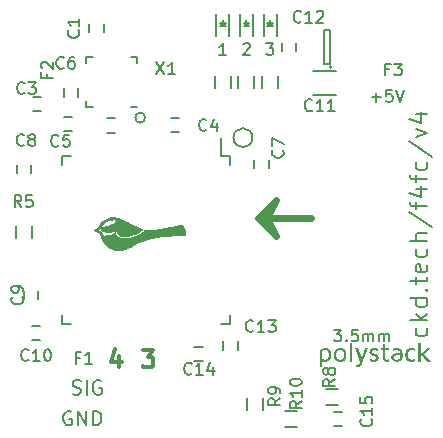
<source format=gto>
G04 #@! TF.FileFunction,Legend,Top*
%FSLAX46Y46*%
G04 Gerber Fmt 4.6, Leading zero omitted, Abs format (unit mm)*
G04 Created by KiCad (PCBNEW 4.0.1-stable) date Thursday, April 14, 2016 'AMt' 11:50:35 AM*
%MOMM*%
G01*
G04 APERTURE LIST*
%ADD10C,0.100000*%
%ADD11C,0.600000*%
%ADD12C,0.200000*%
%ADD13C,0.300000*%
%ADD14C,0.150000*%
%ADD15C,0.010000*%
G04 APERTURE END LIST*
D10*
D11*
X152500000Y-106500000D02*
X151500000Y-108500000D01*
X152500000Y-109500000D02*
X151500000Y-107500000D01*
X152500000Y-109500000D02*
X151000000Y-108000000D01*
X151000000Y-108000000D02*
X152500000Y-106500000D01*
X155500000Y-108000000D02*
X151000000Y-108000000D01*
D12*
X150506226Y-101206225D02*
G75*
G03X150506226Y-101206225I-806226J0D01*
G01*
X141424264Y-99500000D02*
G75*
G03X141424264Y-99500000I-424264J0D01*
G01*
D13*
X141200001Y-119153571D02*
X142128572Y-119153571D01*
X141628572Y-119725000D01*
X141842858Y-119725000D01*
X141985715Y-119796429D01*
X142057144Y-119867857D01*
X142128572Y-120010714D01*
X142128572Y-120367857D01*
X142057144Y-120510714D01*
X141985715Y-120582143D01*
X141842858Y-120653571D01*
X141414286Y-120653571D01*
X141271429Y-120582143D01*
X141200001Y-120510714D01*
X139210715Y-119653571D02*
X139210715Y-120653571D01*
X138853572Y-119082143D02*
X138496429Y-120153571D01*
X139425001Y-120153571D01*
D12*
X135185715Y-124400000D02*
X135071429Y-124342857D01*
X134900000Y-124342857D01*
X134728572Y-124400000D01*
X134614286Y-124514286D01*
X134557143Y-124628571D01*
X134500000Y-124857143D01*
X134500000Y-125028571D01*
X134557143Y-125257143D01*
X134614286Y-125371429D01*
X134728572Y-125485714D01*
X134900000Y-125542857D01*
X135014286Y-125542857D01*
X135185715Y-125485714D01*
X135242858Y-125428571D01*
X135242858Y-125028571D01*
X135014286Y-125028571D01*
X135757143Y-125542857D02*
X135757143Y-124342857D01*
X136442858Y-125542857D01*
X136442858Y-124342857D01*
X137014286Y-125542857D02*
X137014286Y-124342857D01*
X137300001Y-124342857D01*
X137471429Y-124400000D01*
X137585715Y-124514286D01*
X137642858Y-124628571D01*
X137700001Y-124857143D01*
X137700001Y-125028571D01*
X137642858Y-125257143D01*
X137585715Y-125371429D01*
X137471429Y-125485714D01*
X137300001Y-125542857D01*
X137014286Y-125542857D01*
X135271428Y-122885714D02*
X135442857Y-122942857D01*
X135728571Y-122942857D01*
X135842857Y-122885714D01*
X135900000Y-122828571D01*
X135957143Y-122714286D01*
X135957143Y-122600000D01*
X135900000Y-122485714D01*
X135842857Y-122428571D01*
X135728571Y-122371429D01*
X135500000Y-122314286D01*
X135385714Y-122257143D01*
X135328571Y-122200000D01*
X135271428Y-122085714D01*
X135271428Y-121971429D01*
X135328571Y-121857143D01*
X135385714Y-121800000D01*
X135500000Y-121742857D01*
X135785714Y-121742857D01*
X135957143Y-121800000D01*
X136471428Y-122942857D02*
X136471428Y-121742857D01*
X137671429Y-121800000D02*
X137557143Y-121742857D01*
X137385714Y-121742857D01*
X137214286Y-121800000D01*
X137100000Y-121914286D01*
X137042857Y-122028571D01*
X136985714Y-122257143D01*
X136985714Y-122428571D01*
X137042857Y-122657143D01*
X137100000Y-122771429D01*
X137214286Y-122885714D01*
X137385714Y-122942857D01*
X137500000Y-122942857D01*
X137671429Y-122885714D01*
X137728572Y-122828571D01*
X137728572Y-122428571D01*
X137500000Y-122428571D01*
D14*
X160614286Y-97771429D02*
X161376191Y-97771429D01*
X160995239Y-98152381D02*
X160995239Y-97390476D01*
X162328572Y-97152381D02*
X161852381Y-97152381D01*
X161804762Y-97628571D01*
X161852381Y-97580952D01*
X161947619Y-97533333D01*
X162185715Y-97533333D01*
X162280953Y-97580952D01*
X162328572Y-97628571D01*
X162376191Y-97723810D01*
X162376191Y-97961905D01*
X162328572Y-98057143D01*
X162280953Y-98104762D01*
X162185715Y-98152381D01*
X161947619Y-98152381D01*
X161852381Y-98104762D01*
X161804762Y-98057143D01*
X162661905Y-97152381D02*
X162995238Y-98152381D01*
X163328572Y-97152381D01*
D12*
X165247143Y-117300000D02*
X165318571Y-117442857D01*
X165318571Y-117728571D01*
X165247143Y-117871429D01*
X165175714Y-117942857D01*
X165032857Y-118014286D01*
X164604286Y-118014286D01*
X164461429Y-117942857D01*
X164390000Y-117871429D01*
X164318571Y-117728571D01*
X164318571Y-117442857D01*
X164390000Y-117300000D01*
X165318571Y-116657143D02*
X163818571Y-116657143D01*
X164747143Y-116514286D02*
X165318571Y-116085715D01*
X164318571Y-116085715D02*
X164890000Y-116657143D01*
X165318571Y-114800000D02*
X163818571Y-114800000D01*
X165247143Y-114800000D02*
X165318571Y-114942857D01*
X165318571Y-115228571D01*
X165247143Y-115371429D01*
X165175714Y-115442857D01*
X165032857Y-115514286D01*
X164604286Y-115514286D01*
X164461429Y-115442857D01*
X164390000Y-115371429D01*
X164318571Y-115228571D01*
X164318571Y-114942857D01*
X164390000Y-114800000D01*
X165175714Y-114085714D02*
X165247143Y-114014286D01*
X165318571Y-114085714D01*
X165247143Y-114157143D01*
X165175714Y-114085714D01*
X165318571Y-114085714D01*
X164318571Y-113585714D02*
X164318571Y-113014285D01*
X163818571Y-113371428D02*
X165104286Y-113371428D01*
X165247143Y-113300000D01*
X165318571Y-113157142D01*
X165318571Y-113014285D01*
X165247143Y-111942857D02*
X165318571Y-112085714D01*
X165318571Y-112371428D01*
X165247143Y-112514285D01*
X165104286Y-112585714D01*
X164532857Y-112585714D01*
X164390000Y-112514285D01*
X164318571Y-112371428D01*
X164318571Y-112085714D01*
X164390000Y-111942857D01*
X164532857Y-111871428D01*
X164675714Y-111871428D01*
X164818571Y-112585714D01*
X165247143Y-110585714D02*
X165318571Y-110728571D01*
X165318571Y-111014285D01*
X165247143Y-111157143D01*
X165175714Y-111228571D01*
X165032857Y-111300000D01*
X164604286Y-111300000D01*
X164461429Y-111228571D01*
X164390000Y-111157143D01*
X164318571Y-111014285D01*
X164318571Y-110728571D01*
X164390000Y-110585714D01*
X165318571Y-109942857D02*
X163818571Y-109942857D01*
X165318571Y-109300000D02*
X164532857Y-109300000D01*
X164390000Y-109371429D01*
X164318571Y-109514286D01*
X164318571Y-109728571D01*
X164390000Y-109871429D01*
X164461429Y-109942857D01*
X163747143Y-107514286D02*
X165675714Y-108800000D01*
X164318571Y-107228571D02*
X164318571Y-106657142D01*
X165318571Y-107014285D02*
X164032857Y-107014285D01*
X163890000Y-106942857D01*
X163818571Y-106799999D01*
X163818571Y-106657142D01*
X164318571Y-105514285D02*
X165318571Y-105514285D01*
X163747143Y-105871428D02*
X164818571Y-106228571D01*
X164818571Y-105299999D01*
X164318571Y-104942857D02*
X164318571Y-104371428D01*
X165318571Y-104728571D02*
X164032857Y-104728571D01*
X163890000Y-104657143D01*
X163818571Y-104514285D01*
X163818571Y-104371428D01*
X165247143Y-103228571D02*
X165318571Y-103371428D01*
X165318571Y-103657142D01*
X165247143Y-103800000D01*
X165175714Y-103871428D01*
X165032857Y-103942857D01*
X164604286Y-103942857D01*
X164461429Y-103871428D01*
X164390000Y-103800000D01*
X164318571Y-103657142D01*
X164318571Y-103371428D01*
X164390000Y-103228571D01*
X163747143Y-101514286D02*
X165675714Y-102800000D01*
X164318571Y-101157142D02*
X165318571Y-100799999D01*
X164318571Y-100442857D01*
X164318571Y-99228571D02*
X165318571Y-99228571D01*
X163747143Y-99585714D02*
X164818571Y-99942857D01*
X164818571Y-99014285D01*
D14*
X157419048Y-117452381D02*
X158038096Y-117452381D01*
X157704762Y-117833333D01*
X157847620Y-117833333D01*
X157942858Y-117880952D01*
X157990477Y-117928571D01*
X158038096Y-118023810D01*
X158038096Y-118261905D01*
X157990477Y-118357143D01*
X157942858Y-118404762D01*
X157847620Y-118452381D01*
X157561905Y-118452381D01*
X157466667Y-118404762D01*
X157419048Y-118357143D01*
X158466667Y-118357143D02*
X158514286Y-118404762D01*
X158466667Y-118452381D01*
X158419048Y-118404762D01*
X158466667Y-118357143D01*
X158466667Y-118452381D01*
X159419048Y-117452381D02*
X158942857Y-117452381D01*
X158895238Y-117928571D01*
X158942857Y-117880952D01*
X159038095Y-117833333D01*
X159276191Y-117833333D01*
X159371429Y-117880952D01*
X159419048Y-117928571D01*
X159466667Y-118023810D01*
X159466667Y-118261905D01*
X159419048Y-118357143D01*
X159371429Y-118404762D01*
X159276191Y-118452381D01*
X159038095Y-118452381D01*
X158942857Y-118404762D01*
X158895238Y-118357143D01*
X159895238Y-118452381D02*
X159895238Y-117785714D01*
X159895238Y-117880952D02*
X159942857Y-117833333D01*
X160038095Y-117785714D01*
X160180953Y-117785714D01*
X160276191Y-117833333D01*
X160323810Y-117928571D01*
X160323810Y-118452381D01*
X160323810Y-117928571D02*
X160371429Y-117833333D01*
X160466667Y-117785714D01*
X160609524Y-117785714D01*
X160704762Y-117833333D01*
X160752381Y-117928571D01*
X160752381Y-118452381D01*
X161228571Y-118452381D02*
X161228571Y-117785714D01*
X161228571Y-117880952D02*
X161276190Y-117833333D01*
X161371428Y-117785714D01*
X161514286Y-117785714D01*
X161609524Y-117833333D01*
X161657143Y-117928571D01*
X161657143Y-118452381D01*
X161657143Y-117928571D02*
X161704762Y-117833333D01*
X161800000Y-117785714D01*
X161942857Y-117785714D01*
X162038095Y-117833333D01*
X162085714Y-117928571D01*
X162085714Y-118452381D01*
X151666667Y-93202381D02*
X152285715Y-93202381D01*
X151952381Y-93583333D01*
X152095239Y-93583333D01*
X152190477Y-93630952D01*
X152238096Y-93678571D01*
X152285715Y-93773810D01*
X152285715Y-94011905D01*
X152238096Y-94107143D01*
X152190477Y-94154762D01*
X152095239Y-94202381D01*
X151809524Y-94202381D01*
X151714286Y-94154762D01*
X151666667Y-94107143D01*
X149714286Y-93297619D02*
X149761905Y-93250000D01*
X149857143Y-93202381D01*
X150095239Y-93202381D01*
X150190477Y-93250000D01*
X150238096Y-93297619D01*
X150285715Y-93392857D01*
X150285715Y-93488095D01*
X150238096Y-93630952D01*
X149666667Y-94202381D01*
X150285715Y-94202381D01*
X148285715Y-94202381D02*
X147714286Y-94202381D01*
X148000000Y-94202381D02*
X148000000Y-93202381D01*
X147904762Y-93345238D01*
X147809524Y-93440476D01*
X147714286Y-93488095D01*
X136440000Y-98640000D02*
X136440000Y-98115000D01*
X140740000Y-94340000D02*
X140740000Y-94865000D01*
X136440000Y-94340000D02*
X136440000Y-94865000D01*
X140740000Y-98640000D02*
X140215000Y-98640000D01*
X140740000Y-94340000D02*
X140215000Y-94340000D01*
X136440000Y-94340000D02*
X136965000Y-94340000D01*
X136440000Y-98640000D02*
X136965000Y-98640000D01*
X138200000Y-99570000D02*
X138900000Y-99570000D01*
X138900000Y-100770000D02*
X138200000Y-100770000D01*
X135710000Y-97020000D02*
X135710000Y-97720000D01*
X134510000Y-97720000D02*
X134510000Y-97020000D01*
X136700000Y-92280000D02*
X136700000Y-91580000D01*
X137900000Y-91580000D02*
X137900000Y-92280000D01*
X131920000Y-97770000D02*
X132620000Y-97770000D01*
X132620000Y-98970000D02*
X131920000Y-98970000D01*
X144330000Y-100750000D02*
X143630000Y-100750000D01*
X143630000Y-99550000D02*
X144330000Y-99550000D01*
X134510000Y-99420000D02*
X135210000Y-99420000D01*
X135210000Y-100620000D02*
X134510000Y-100620000D01*
X150670000Y-103760000D02*
X150670000Y-103060000D01*
X151870000Y-103060000D02*
X151870000Y-103760000D01*
X131740000Y-103510000D02*
X131740000Y-104210000D01*
X130540000Y-104210000D02*
X130540000Y-103510000D01*
X131150000Y-114850000D02*
X131150000Y-114150000D01*
X132350000Y-114150000D02*
X132350000Y-114850000D01*
X132540000Y-118350000D02*
X131840000Y-118350000D01*
X131840000Y-117150000D02*
X132540000Y-117150000D01*
X155610000Y-97605000D02*
X157610000Y-97605000D01*
X157610000Y-95555000D02*
X155610000Y-95555000D01*
X153020000Y-93840000D02*
X153020000Y-93140000D01*
X154220000Y-93140000D02*
X154220000Y-93840000D01*
X148050000Y-119150000D02*
X148050000Y-118450000D01*
X149250000Y-118450000D02*
X149250000Y-119150000D01*
X146280000Y-120080000D02*
X145580000Y-120080000D01*
X145580000Y-118880000D02*
X146280000Y-118880000D01*
X157400000Y-124400000D02*
X158100000Y-124400000D01*
X158100000Y-125600000D02*
X157400000Y-125600000D01*
X152550000Y-92600000D02*
X152550000Y-90700000D01*
X151450000Y-92600000D02*
X151450000Y-90700000D01*
X152000000Y-91700000D02*
X152000000Y-91250000D01*
X151750000Y-91750000D02*
X152250000Y-91750000D01*
X152000000Y-91750000D02*
X151750000Y-91500000D01*
X151750000Y-91500000D02*
X152250000Y-91500000D01*
X152250000Y-91500000D02*
X152000000Y-91750000D01*
X150550000Y-92600000D02*
X150550000Y-90700000D01*
X149450000Y-92600000D02*
X149450000Y-90700000D01*
X150000000Y-91700000D02*
X150000000Y-91250000D01*
X149750000Y-91750000D02*
X150250000Y-91750000D01*
X150000000Y-91750000D02*
X149750000Y-91500000D01*
X149750000Y-91500000D02*
X150250000Y-91500000D01*
X150250000Y-91500000D02*
X150000000Y-91750000D01*
X148550000Y-92600000D02*
X148550000Y-90700000D01*
X147450000Y-92600000D02*
X147450000Y-90700000D01*
X148000000Y-91700000D02*
X148000000Y-91250000D01*
X147750000Y-91750000D02*
X148250000Y-91750000D01*
X148000000Y-91750000D02*
X147750000Y-91500000D01*
X147750000Y-91500000D02*
X148250000Y-91500000D01*
X148250000Y-91500000D02*
X148000000Y-91750000D01*
X152675000Y-96000000D02*
X152675000Y-97000000D01*
X151325000Y-97000000D02*
X151325000Y-96000000D01*
X150675000Y-96000000D02*
X150675000Y-97000000D01*
X149325000Y-97000000D02*
X149325000Y-96000000D01*
X148675000Y-96000000D02*
X148675000Y-97000000D01*
X147325000Y-97000000D02*
X147325000Y-96000000D01*
X150025000Y-124250000D02*
X150025000Y-123250000D01*
X151375000Y-123250000D02*
X151375000Y-124250000D01*
X153250000Y-124315000D02*
X154250000Y-124315000D01*
X154250000Y-125665000D02*
X153250000Y-125665000D01*
X148625000Y-102715000D02*
X147865000Y-102715000D01*
X148625000Y-116965000D02*
X147865000Y-116965000D01*
X134375000Y-116965000D02*
X135135000Y-116965000D01*
X134375000Y-102715000D02*
X135135000Y-102715000D01*
X148625000Y-102715000D02*
X148625000Y-103475000D01*
X134375000Y-102715000D02*
X134375000Y-103475000D01*
X134375000Y-116965000D02*
X134375000Y-116205000D01*
X148625000Y-116965000D02*
X148625000Y-116205000D01*
X147865000Y-102715000D02*
X147865000Y-101190000D01*
X157230000Y-95210000D02*
G75*
G03X157230000Y-95210000I-100000J0D01*
G01*
X156580000Y-94960000D02*
X157080000Y-94960000D01*
X156580000Y-92060000D02*
X156580000Y-94960000D01*
X157080000Y-92060000D02*
X156580000Y-92060000D01*
X157080000Y-94960000D02*
X157080000Y-92060000D01*
D15*
G36*
X138744710Y-107929742D02*
X138778065Y-107930711D01*
X138801653Y-107932228D01*
X138881789Y-107941955D01*
X138963758Y-107957253D01*
X139045701Y-107977681D01*
X139125758Y-108002796D01*
X139173541Y-108020493D01*
X139216347Y-108037482D01*
X139258596Y-108054539D01*
X139300667Y-108071839D01*
X139342939Y-108089558D01*
X139385789Y-108107874D01*
X139429595Y-108126961D01*
X139474736Y-108146995D01*
X139521589Y-108168154D01*
X139570533Y-108190612D01*
X139621945Y-108214546D01*
X139676204Y-108240132D01*
X139733687Y-108267546D01*
X139794774Y-108296964D01*
X139859841Y-108328562D01*
X139929268Y-108362517D01*
X140003431Y-108399003D01*
X140082710Y-108438198D01*
X140167481Y-108480277D01*
X140258124Y-108525417D01*
X140262153Y-108527426D01*
X140341946Y-108567125D01*
X140416001Y-108603758D01*
X140484816Y-108637553D01*
X140548891Y-108668740D01*
X140608725Y-108697551D01*
X140664817Y-108724213D01*
X140717666Y-108748957D01*
X140767772Y-108772014D01*
X140815634Y-108793612D01*
X140861750Y-108813982D01*
X140906621Y-108833354D01*
X140950745Y-108851956D01*
X140994621Y-108870021D01*
X141038749Y-108887776D01*
X141080598Y-108904269D01*
X141104243Y-108913530D01*
X141125881Y-108922058D01*
X141144594Y-108929487D01*
X141159464Y-108935450D01*
X141169573Y-108939583D01*
X141173972Y-108941501D01*
X141174988Y-108943865D01*
X141172632Y-108948645D01*
X141166411Y-108956483D01*
X141155837Y-108968023D01*
X141145750Y-108978474D01*
X141088555Y-109032600D01*
X141024755Y-109084757D01*
X140954551Y-109134846D01*
X140878140Y-109182769D01*
X140795723Y-109228425D01*
X140707498Y-109271717D01*
X140613665Y-109312546D01*
X140514422Y-109350812D01*
X140409969Y-109386417D01*
X140300504Y-109419262D01*
X140209236Y-109443540D01*
X140101653Y-109469136D01*
X139999570Y-109490398D01*
X139902918Y-109507325D01*
X139811629Y-109519916D01*
X139725636Y-109528170D01*
X139644870Y-109532088D01*
X139569264Y-109531668D01*
X139498748Y-109526910D01*
X139433256Y-109517814D01*
X139372719Y-109504378D01*
X139317069Y-109486602D01*
X139266237Y-109464486D01*
X139220157Y-109438029D01*
X139215283Y-109434792D01*
X139196567Y-109420712D01*
X139175977Y-109402815D01*
X139155462Y-109382989D01*
X139136975Y-109363121D01*
X139122467Y-109345098D01*
X139122249Y-109344796D01*
X139100643Y-109309690D01*
X139082364Y-109269925D01*
X139068068Y-109227369D01*
X139058407Y-109183891D01*
X139054563Y-109151322D01*
X139052125Y-109116075D01*
X138986861Y-109110151D01*
X138965600Y-109108247D01*
X138946304Y-109106565D01*
X138930259Y-109105215D01*
X138918751Y-109104305D01*
X138913228Y-109103947D01*
X138907499Y-109103127D01*
X138907862Y-109100173D01*
X138909700Y-109097780D01*
X138912206Y-109094046D01*
X138910247Y-109093062D01*
X138902652Y-109094302D01*
X138902195Y-109094395D01*
X138873402Y-109100018D01*
X138839443Y-109106305D01*
X138802141Y-109112942D01*
X138763316Y-109119618D01*
X138724791Y-109126019D01*
X138688388Y-109131832D01*
X138655929Y-109136745D01*
X138653486Y-109137100D01*
X138572912Y-109147996D01*
X138498021Y-109156419D01*
X138427880Y-109162343D01*
X138361555Y-109165744D01*
X138298112Y-109166596D01*
X138236617Y-109164874D01*
X138176137Y-109160552D01*
X138115738Y-109153606D01*
X138054486Y-109144011D01*
X137991447Y-109131741D01*
X137929022Y-109117576D01*
X137908781Y-109112551D01*
X137886071Y-109106658D01*
X137861883Y-109100181D01*
X137837209Y-109093404D01*
X137813040Y-109086608D01*
X137790368Y-109080079D01*
X137770185Y-109074099D01*
X137753483Y-109068952D01*
X137741254Y-109064921D01*
X137734488Y-109062289D01*
X137733566Y-109061724D01*
X137732791Y-109057976D01*
X137731361Y-109048155D01*
X137729385Y-109033201D01*
X137726971Y-109014055D01*
X137724230Y-108991658D01*
X137721271Y-108966950D01*
X137718203Y-108940871D01*
X137715135Y-108914363D01*
X137712177Y-108888366D01*
X137709438Y-108863821D01*
X137707027Y-108841668D01*
X137705053Y-108822848D01*
X137703626Y-108808301D01*
X137702856Y-108798969D01*
X137702750Y-108796513D01*
X137705981Y-108794892D01*
X137714738Y-108792314D01*
X137727621Y-108789158D01*
X137740674Y-108786320D01*
X137852843Y-108762094D01*
X137960877Y-108736570D01*
X138064350Y-108709870D01*
X138162836Y-108682119D01*
X138255907Y-108653443D01*
X138343136Y-108623966D01*
X138424097Y-108593812D01*
X138484873Y-108568941D01*
X138581354Y-108524433D01*
X138672826Y-108475507D01*
X138760180Y-108421614D01*
X138844308Y-108362202D01*
X138926008Y-108296801D01*
X138942297Y-108282731D01*
X138959777Y-108267209D01*
X138977670Y-108250973D01*
X138995197Y-108234760D01*
X139011580Y-108219307D01*
X139026041Y-108205349D01*
X139037800Y-108193625D01*
X139046080Y-108184870D01*
X139050101Y-108179822D01*
X139050361Y-108179115D01*
X139047110Y-108176617D01*
X139038072Y-108172803D01*
X139024325Y-108168001D01*
X139006944Y-108162535D01*
X138987005Y-108156732D01*
X138965586Y-108150917D01*
X138943761Y-108145417D01*
X138924184Y-108140901D01*
X138854960Y-108127922D01*
X138788054Y-108119990D01*
X138721839Y-108117067D01*
X138654685Y-108119115D01*
X138584963Y-108126096D01*
X138544493Y-108132096D01*
X138448180Y-108150856D01*
X138356411Y-108174807D01*
X138269248Y-108203917D01*
X138186756Y-108238158D01*
X138108996Y-108277499D01*
X138036032Y-108321909D01*
X137967926Y-108371359D01*
X137904742Y-108425818D01*
X137879139Y-108450731D01*
X137828494Y-108506095D01*
X137784450Y-108563280D01*
X137747101Y-108622148D01*
X137716539Y-108682560D01*
X137702795Y-108716028D01*
X137691307Y-108746432D01*
X137545263Y-108884996D01*
X137518489Y-108910468D01*
X137493372Y-108934499D01*
X137470360Y-108956652D01*
X137449900Y-108976490D01*
X137432438Y-108993575D01*
X137418421Y-109007472D01*
X137408298Y-109017742D01*
X137402514Y-109023950D01*
X137401302Y-109025690D01*
X137404842Y-109027513D01*
X137414198Y-109031927D01*
X137428740Y-109038645D01*
X137447842Y-109047381D01*
X137470876Y-109057849D01*
X137497212Y-109069763D01*
X137526225Y-109082837D01*
X137557286Y-109096784D01*
X137560834Y-109098375D01*
X137718283Y-109168931D01*
X137738397Y-109239486D01*
X137752426Y-109287561D01*
X137766124Y-109331940D01*
X137780476Y-109375693D01*
X137796469Y-109421894D01*
X137801638Y-109436422D01*
X137808304Y-109454496D01*
X137813501Y-109466977D01*
X137817837Y-109475013D01*
X137821920Y-109479755D01*
X137825801Y-109482121D01*
X137832334Y-109483374D01*
X137844938Y-109484399D01*
X137862632Y-109485198D01*
X137884436Y-109485771D01*
X137909368Y-109486120D01*
X137936448Y-109486246D01*
X137964694Y-109486150D01*
X137993127Y-109485833D01*
X138020765Y-109485297D01*
X138046627Y-109484542D01*
X138069733Y-109483570D01*
X138089101Y-109482382D01*
X138096098Y-109481800D01*
X138138615Y-109477639D01*
X138182437Y-109472920D01*
X138226678Y-109467767D01*
X138270449Y-109462304D01*
X138312864Y-109456654D01*
X138353037Y-109450940D01*
X138390079Y-109445287D01*
X138423105Y-109439818D01*
X138451228Y-109434657D01*
X138473560Y-109429927D01*
X138480625Y-109428196D01*
X138537051Y-109410188D01*
X138593259Y-109385555D01*
X138648619Y-109354716D01*
X138702503Y-109318088D01*
X138754283Y-109276091D01*
X138803331Y-109229142D01*
X138839231Y-109189419D01*
X138850382Y-109176365D01*
X138857812Y-109168129D01*
X138862317Y-109164108D01*
X138864696Y-109163703D01*
X138865744Y-109166312D01*
X138866076Y-109169177D01*
X138874928Y-109231029D01*
X138890125Y-109291195D01*
X138911367Y-109349025D01*
X138938355Y-109403868D01*
X138970792Y-109455075D01*
X139008378Y-109501994D01*
X139028870Y-109523506D01*
X139076020Y-109565375D01*
X139127880Y-109602239D01*
X139184477Y-109634103D01*
X139245836Y-109660972D01*
X139311984Y-109682847D01*
X139382947Y-109699735D01*
X139458750Y-109711639D01*
X139539419Y-109718562D01*
X139624981Y-109720510D01*
X139715460Y-109717486D01*
X139810884Y-109709493D01*
X139911277Y-109696537D01*
X140016666Y-109678621D01*
X140018736Y-109678229D01*
X140152040Y-109650715D01*
X140280610Y-109619678D01*
X140404222Y-109585198D01*
X140522650Y-109547354D01*
X140635672Y-109506225D01*
X140743063Y-109461891D01*
X140844597Y-109414429D01*
X140940052Y-109363920D01*
X140986556Y-109336871D01*
X141058432Y-109291622D01*
X141123929Y-109245957D01*
X141183722Y-109199299D01*
X141238486Y-109151071D01*
X141288895Y-109100694D01*
X141335624Y-109047593D01*
X141359292Y-109017935D01*
X141366348Y-109008793D01*
X141399885Y-109015455D01*
X141504889Y-109032936D01*
X141609330Y-109043496D01*
X141713815Y-109047171D01*
X141818949Y-109043997D01*
X141844361Y-109042219D01*
X141933685Y-109034517D01*
X142029546Y-109024773D01*
X142131740Y-109013024D01*
X142240062Y-108999304D01*
X142354307Y-108983649D01*
X142474270Y-108966094D01*
X142599745Y-108946676D01*
X142730528Y-108925428D01*
X142866414Y-108902388D01*
X143007197Y-108877589D01*
X143152673Y-108851068D01*
X143302636Y-108822860D01*
X143456882Y-108793000D01*
X143615205Y-108761525D01*
X143777401Y-108728468D01*
X143943264Y-108693866D01*
X144112589Y-108657754D01*
X144277083Y-108621946D01*
X144312540Y-108614219D01*
X144346328Y-108606982D01*
X144377744Y-108600378D01*
X144406082Y-108594550D01*
X144430639Y-108589638D01*
X144450711Y-108585785D01*
X144465595Y-108583134D01*
X144474586Y-108581825D01*
X144476402Y-108581710D01*
X144500853Y-108585325D01*
X144523020Y-108595489D01*
X144542465Y-108611940D01*
X144555298Y-108628714D01*
X144571220Y-108654601D01*
X144589408Y-108685862D01*
X144609273Y-108721421D01*
X144630229Y-108760199D01*
X144651687Y-108801119D01*
X144673058Y-108843103D01*
X144680724Y-108858486D01*
X144710533Y-108920291D01*
X144736152Y-108977008D01*
X144757736Y-109029113D01*
X144775437Y-109077077D01*
X144789410Y-109121376D01*
X144799807Y-109162481D01*
X144806783Y-109200868D01*
X144810490Y-109237009D01*
X144811223Y-109261017D01*
X144809855Y-109295658D01*
X144805603Y-109324824D01*
X144798245Y-109349574D01*
X144788407Y-109369576D01*
X144775372Y-109388408D01*
X144761151Y-109402507D01*
X144743422Y-109414103D01*
X144740516Y-109415661D01*
X144730170Y-109420668D01*
X144718802Y-109425256D01*
X144706049Y-109429454D01*
X144691542Y-109433295D01*
X144674918Y-109436806D01*
X144655811Y-109440019D01*
X144633854Y-109442964D01*
X144608682Y-109445671D01*
X144579929Y-109448170D01*
X144547230Y-109450491D01*
X144510219Y-109452664D01*
X144468530Y-109454720D01*
X144421798Y-109456689D01*
X144369657Y-109458601D01*
X144311742Y-109460486D01*
X144247685Y-109462374D01*
X144177123Y-109464296D01*
X144139181Y-109465282D01*
X144019555Y-109468512D01*
X143906447Y-109471915D01*
X143799322Y-109475525D01*
X143697645Y-109479372D01*
X143600878Y-109483490D01*
X143508487Y-109487910D01*
X143419937Y-109492664D01*
X143334690Y-109497786D01*
X143252212Y-109503306D01*
X143171967Y-109509258D01*
X143093420Y-109515673D01*
X143016033Y-109522583D01*
X142939273Y-109530022D01*
X142862603Y-109538020D01*
X142785487Y-109546611D01*
X142784514Y-109546723D01*
X142646765Y-109563667D01*
X142513516Y-109582414D01*
X142383549Y-109603216D01*
X142255649Y-109626325D01*
X142128599Y-109651993D01*
X142001181Y-109680474D01*
X141872181Y-109712018D01*
X141740381Y-109746880D01*
X141604564Y-109785310D01*
X141534101Y-109806143D01*
X141506987Y-109814416D01*
X141475101Y-109824394D01*
X141439282Y-109835799D01*
X141400367Y-109848350D01*
X141359195Y-109861768D01*
X141316606Y-109875772D01*
X141273438Y-109890082D01*
X141230530Y-109904419D01*
X141188720Y-109918503D01*
X141148847Y-109932054D01*
X141111751Y-109944791D01*
X141078268Y-109956436D01*
X141049239Y-109966707D01*
X141025502Y-109975326D01*
X141012325Y-109980287D01*
X140965900Y-109998714D01*
X140919052Y-110018455D01*
X140871172Y-110039814D01*
X140821650Y-110063099D01*
X140769877Y-110088614D01*
X140715244Y-110116665D01*
X140657142Y-110147558D01*
X140594962Y-110181598D01*
X140528093Y-110219091D01*
X140468528Y-110253090D01*
X140436877Y-110271282D01*
X140401373Y-110291686D01*
X140363969Y-110313181D01*
X140326618Y-110334643D01*
X140291271Y-110354953D01*
X140259882Y-110372987D01*
X140256861Y-110374722D01*
X140182151Y-110417228D01*
X140112611Y-110455860D01*
X140047666Y-110490832D01*
X139986738Y-110522361D01*
X139929249Y-110550662D01*
X139874623Y-110575950D01*
X139822282Y-110598442D01*
X139771649Y-110618353D01*
X139722146Y-110635898D01*
X139673197Y-110651294D01*
X139624224Y-110664755D01*
X139574649Y-110676498D01*
X139523896Y-110686738D01*
X139471387Y-110695691D01*
X139416545Y-110703573D01*
X139358792Y-110710598D01*
X139357278Y-110710768D01*
X139338693Y-110712405D01*
X139314406Y-110713872D01*
X139285621Y-110715152D01*
X139253537Y-110716227D01*
X139219357Y-110717078D01*
X139184282Y-110717688D01*
X139149513Y-110718037D01*
X139116253Y-110718108D01*
X139085702Y-110717882D01*
X139059062Y-110717342D01*
X139037534Y-110716469D01*
X139027431Y-110715766D01*
X138931437Y-110704796D01*
X138838591Y-110688944D01*
X138749357Y-110668340D01*
X138664199Y-110643112D01*
X138583580Y-110613390D01*
X138507963Y-110579303D01*
X138473570Y-110561423D01*
X138389499Y-110511747D01*
X138308006Y-110455614D01*
X138229071Y-110393003D01*
X138152676Y-110323893D01*
X138078800Y-110248264D01*
X138007424Y-110166095D01*
X137938528Y-110077366D01*
X137872092Y-109982057D01*
X137808098Y-109880145D01*
X137784143Y-109839208D01*
X137734336Y-109747801D01*
X137689157Y-109654995D01*
X137648144Y-109559669D01*
X137610834Y-109460702D01*
X137576764Y-109356973D01*
X137556318Y-109287111D01*
X137538063Y-109221847D01*
X137413150Y-109171265D01*
X137380801Y-109158164D01*
X137346720Y-109144360D01*
X137312371Y-109130446D01*
X137279218Y-109117013D01*
X137248725Y-109104657D01*
X137222356Y-109093970D01*
X137208125Y-109088200D01*
X137128013Y-109055719D01*
X137502699Y-108720903D01*
X137517975Y-108675042D01*
X137537971Y-108622558D01*
X137563359Y-108568304D01*
X137593290Y-108513803D01*
X137626916Y-108460580D01*
X137663391Y-108410159D01*
X137670077Y-108401644D01*
X137685188Y-108383691D01*
X137704455Y-108362394D01*
X137726654Y-108338976D01*
X137750561Y-108314659D01*
X137774953Y-108290663D01*
X137798606Y-108268213D01*
X137820297Y-108248529D01*
X137838802Y-108232834D01*
X137840334Y-108231608D01*
X137916271Y-108175687D01*
X137996675Y-108125202D01*
X138081488Y-108080177D01*
X138170648Y-108040636D01*
X138264097Y-108006603D01*
X138361776Y-107978101D01*
X138463624Y-107955155D01*
X138569582Y-107937789D01*
X138570584Y-107937654D01*
X138599559Y-107934531D01*
X138633508Y-107932131D01*
X138670383Y-107930500D01*
X138708133Y-107929688D01*
X138744710Y-107929742D01*
X138744710Y-107929742D01*
G37*
X138744710Y-107929742D02*
X138778065Y-107930711D01*
X138801653Y-107932228D01*
X138881789Y-107941955D01*
X138963758Y-107957253D01*
X139045701Y-107977681D01*
X139125758Y-108002796D01*
X139173541Y-108020493D01*
X139216347Y-108037482D01*
X139258596Y-108054539D01*
X139300667Y-108071839D01*
X139342939Y-108089558D01*
X139385789Y-108107874D01*
X139429595Y-108126961D01*
X139474736Y-108146995D01*
X139521589Y-108168154D01*
X139570533Y-108190612D01*
X139621945Y-108214546D01*
X139676204Y-108240132D01*
X139733687Y-108267546D01*
X139794774Y-108296964D01*
X139859841Y-108328562D01*
X139929268Y-108362517D01*
X140003431Y-108399003D01*
X140082710Y-108438198D01*
X140167481Y-108480277D01*
X140258124Y-108525417D01*
X140262153Y-108527426D01*
X140341946Y-108567125D01*
X140416001Y-108603758D01*
X140484816Y-108637553D01*
X140548891Y-108668740D01*
X140608725Y-108697551D01*
X140664817Y-108724213D01*
X140717666Y-108748957D01*
X140767772Y-108772014D01*
X140815634Y-108793612D01*
X140861750Y-108813982D01*
X140906621Y-108833354D01*
X140950745Y-108851956D01*
X140994621Y-108870021D01*
X141038749Y-108887776D01*
X141080598Y-108904269D01*
X141104243Y-108913530D01*
X141125881Y-108922058D01*
X141144594Y-108929487D01*
X141159464Y-108935450D01*
X141169573Y-108939583D01*
X141173972Y-108941501D01*
X141174988Y-108943865D01*
X141172632Y-108948645D01*
X141166411Y-108956483D01*
X141155837Y-108968023D01*
X141145750Y-108978474D01*
X141088555Y-109032600D01*
X141024755Y-109084757D01*
X140954551Y-109134846D01*
X140878140Y-109182769D01*
X140795723Y-109228425D01*
X140707498Y-109271717D01*
X140613665Y-109312546D01*
X140514422Y-109350812D01*
X140409969Y-109386417D01*
X140300504Y-109419262D01*
X140209236Y-109443540D01*
X140101653Y-109469136D01*
X139999570Y-109490398D01*
X139902918Y-109507325D01*
X139811629Y-109519916D01*
X139725636Y-109528170D01*
X139644870Y-109532088D01*
X139569264Y-109531668D01*
X139498748Y-109526910D01*
X139433256Y-109517814D01*
X139372719Y-109504378D01*
X139317069Y-109486602D01*
X139266237Y-109464486D01*
X139220157Y-109438029D01*
X139215283Y-109434792D01*
X139196567Y-109420712D01*
X139175977Y-109402815D01*
X139155462Y-109382989D01*
X139136975Y-109363121D01*
X139122467Y-109345098D01*
X139122249Y-109344796D01*
X139100643Y-109309690D01*
X139082364Y-109269925D01*
X139068068Y-109227369D01*
X139058407Y-109183891D01*
X139054563Y-109151322D01*
X139052125Y-109116075D01*
X138986861Y-109110151D01*
X138965600Y-109108247D01*
X138946304Y-109106565D01*
X138930259Y-109105215D01*
X138918751Y-109104305D01*
X138913228Y-109103947D01*
X138907499Y-109103127D01*
X138907862Y-109100173D01*
X138909700Y-109097780D01*
X138912206Y-109094046D01*
X138910247Y-109093062D01*
X138902652Y-109094302D01*
X138902195Y-109094395D01*
X138873402Y-109100018D01*
X138839443Y-109106305D01*
X138802141Y-109112942D01*
X138763316Y-109119618D01*
X138724791Y-109126019D01*
X138688388Y-109131832D01*
X138655929Y-109136745D01*
X138653486Y-109137100D01*
X138572912Y-109147996D01*
X138498021Y-109156419D01*
X138427880Y-109162343D01*
X138361555Y-109165744D01*
X138298112Y-109166596D01*
X138236617Y-109164874D01*
X138176137Y-109160552D01*
X138115738Y-109153606D01*
X138054486Y-109144011D01*
X137991447Y-109131741D01*
X137929022Y-109117576D01*
X137908781Y-109112551D01*
X137886071Y-109106658D01*
X137861883Y-109100181D01*
X137837209Y-109093404D01*
X137813040Y-109086608D01*
X137790368Y-109080079D01*
X137770185Y-109074099D01*
X137753483Y-109068952D01*
X137741254Y-109064921D01*
X137734488Y-109062289D01*
X137733566Y-109061724D01*
X137732791Y-109057976D01*
X137731361Y-109048155D01*
X137729385Y-109033201D01*
X137726971Y-109014055D01*
X137724230Y-108991658D01*
X137721271Y-108966950D01*
X137718203Y-108940871D01*
X137715135Y-108914363D01*
X137712177Y-108888366D01*
X137709438Y-108863821D01*
X137707027Y-108841668D01*
X137705053Y-108822848D01*
X137703626Y-108808301D01*
X137702856Y-108798969D01*
X137702750Y-108796513D01*
X137705981Y-108794892D01*
X137714738Y-108792314D01*
X137727621Y-108789158D01*
X137740674Y-108786320D01*
X137852843Y-108762094D01*
X137960877Y-108736570D01*
X138064350Y-108709870D01*
X138162836Y-108682119D01*
X138255907Y-108653443D01*
X138343136Y-108623966D01*
X138424097Y-108593812D01*
X138484873Y-108568941D01*
X138581354Y-108524433D01*
X138672826Y-108475507D01*
X138760180Y-108421614D01*
X138844308Y-108362202D01*
X138926008Y-108296801D01*
X138942297Y-108282731D01*
X138959777Y-108267209D01*
X138977670Y-108250973D01*
X138995197Y-108234760D01*
X139011580Y-108219307D01*
X139026041Y-108205349D01*
X139037800Y-108193625D01*
X139046080Y-108184870D01*
X139050101Y-108179822D01*
X139050361Y-108179115D01*
X139047110Y-108176617D01*
X139038072Y-108172803D01*
X139024325Y-108168001D01*
X139006944Y-108162535D01*
X138987005Y-108156732D01*
X138965586Y-108150917D01*
X138943761Y-108145417D01*
X138924184Y-108140901D01*
X138854960Y-108127922D01*
X138788054Y-108119990D01*
X138721839Y-108117067D01*
X138654685Y-108119115D01*
X138584963Y-108126096D01*
X138544493Y-108132096D01*
X138448180Y-108150856D01*
X138356411Y-108174807D01*
X138269248Y-108203917D01*
X138186756Y-108238158D01*
X138108996Y-108277499D01*
X138036032Y-108321909D01*
X137967926Y-108371359D01*
X137904742Y-108425818D01*
X137879139Y-108450731D01*
X137828494Y-108506095D01*
X137784450Y-108563280D01*
X137747101Y-108622148D01*
X137716539Y-108682560D01*
X137702795Y-108716028D01*
X137691307Y-108746432D01*
X137545263Y-108884996D01*
X137518489Y-108910468D01*
X137493372Y-108934499D01*
X137470360Y-108956652D01*
X137449900Y-108976490D01*
X137432438Y-108993575D01*
X137418421Y-109007472D01*
X137408298Y-109017742D01*
X137402514Y-109023950D01*
X137401302Y-109025690D01*
X137404842Y-109027513D01*
X137414198Y-109031927D01*
X137428740Y-109038645D01*
X137447842Y-109047381D01*
X137470876Y-109057849D01*
X137497212Y-109069763D01*
X137526225Y-109082837D01*
X137557286Y-109096784D01*
X137560834Y-109098375D01*
X137718283Y-109168931D01*
X137738397Y-109239486D01*
X137752426Y-109287561D01*
X137766124Y-109331940D01*
X137780476Y-109375693D01*
X137796469Y-109421894D01*
X137801638Y-109436422D01*
X137808304Y-109454496D01*
X137813501Y-109466977D01*
X137817837Y-109475013D01*
X137821920Y-109479755D01*
X137825801Y-109482121D01*
X137832334Y-109483374D01*
X137844938Y-109484399D01*
X137862632Y-109485198D01*
X137884436Y-109485771D01*
X137909368Y-109486120D01*
X137936448Y-109486246D01*
X137964694Y-109486150D01*
X137993127Y-109485833D01*
X138020765Y-109485297D01*
X138046627Y-109484542D01*
X138069733Y-109483570D01*
X138089101Y-109482382D01*
X138096098Y-109481800D01*
X138138615Y-109477639D01*
X138182437Y-109472920D01*
X138226678Y-109467767D01*
X138270449Y-109462304D01*
X138312864Y-109456654D01*
X138353037Y-109450940D01*
X138390079Y-109445287D01*
X138423105Y-109439818D01*
X138451228Y-109434657D01*
X138473560Y-109429927D01*
X138480625Y-109428196D01*
X138537051Y-109410188D01*
X138593259Y-109385555D01*
X138648619Y-109354716D01*
X138702503Y-109318088D01*
X138754283Y-109276091D01*
X138803331Y-109229142D01*
X138839231Y-109189419D01*
X138850382Y-109176365D01*
X138857812Y-109168129D01*
X138862317Y-109164108D01*
X138864696Y-109163703D01*
X138865744Y-109166312D01*
X138866076Y-109169177D01*
X138874928Y-109231029D01*
X138890125Y-109291195D01*
X138911367Y-109349025D01*
X138938355Y-109403868D01*
X138970792Y-109455075D01*
X139008378Y-109501994D01*
X139028870Y-109523506D01*
X139076020Y-109565375D01*
X139127880Y-109602239D01*
X139184477Y-109634103D01*
X139245836Y-109660972D01*
X139311984Y-109682847D01*
X139382947Y-109699735D01*
X139458750Y-109711639D01*
X139539419Y-109718562D01*
X139624981Y-109720510D01*
X139715460Y-109717486D01*
X139810884Y-109709493D01*
X139911277Y-109696537D01*
X140016666Y-109678621D01*
X140018736Y-109678229D01*
X140152040Y-109650715D01*
X140280610Y-109619678D01*
X140404222Y-109585198D01*
X140522650Y-109547354D01*
X140635672Y-109506225D01*
X140743063Y-109461891D01*
X140844597Y-109414429D01*
X140940052Y-109363920D01*
X140986556Y-109336871D01*
X141058432Y-109291622D01*
X141123929Y-109245957D01*
X141183722Y-109199299D01*
X141238486Y-109151071D01*
X141288895Y-109100694D01*
X141335624Y-109047593D01*
X141359292Y-109017935D01*
X141366348Y-109008793D01*
X141399885Y-109015455D01*
X141504889Y-109032936D01*
X141609330Y-109043496D01*
X141713815Y-109047171D01*
X141818949Y-109043997D01*
X141844361Y-109042219D01*
X141933685Y-109034517D01*
X142029546Y-109024773D01*
X142131740Y-109013024D01*
X142240062Y-108999304D01*
X142354307Y-108983649D01*
X142474270Y-108966094D01*
X142599745Y-108946676D01*
X142730528Y-108925428D01*
X142866414Y-108902388D01*
X143007197Y-108877589D01*
X143152673Y-108851068D01*
X143302636Y-108822860D01*
X143456882Y-108793000D01*
X143615205Y-108761525D01*
X143777401Y-108728468D01*
X143943264Y-108693866D01*
X144112589Y-108657754D01*
X144277083Y-108621946D01*
X144312540Y-108614219D01*
X144346328Y-108606982D01*
X144377744Y-108600378D01*
X144406082Y-108594550D01*
X144430639Y-108589638D01*
X144450711Y-108585785D01*
X144465595Y-108583134D01*
X144474586Y-108581825D01*
X144476402Y-108581710D01*
X144500853Y-108585325D01*
X144523020Y-108595489D01*
X144542465Y-108611940D01*
X144555298Y-108628714D01*
X144571220Y-108654601D01*
X144589408Y-108685862D01*
X144609273Y-108721421D01*
X144630229Y-108760199D01*
X144651687Y-108801119D01*
X144673058Y-108843103D01*
X144680724Y-108858486D01*
X144710533Y-108920291D01*
X144736152Y-108977008D01*
X144757736Y-109029113D01*
X144775437Y-109077077D01*
X144789410Y-109121376D01*
X144799807Y-109162481D01*
X144806783Y-109200868D01*
X144810490Y-109237009D01*
X144811223Y-109261017D01*
X144809855Y-109295658D01*
X144805603Y-109324824D01*
X144798245Y-109349574D01*
X144788407Y-109369576D01*
X144775372Y-109388408D01*
X144761151Y-109402507D01*
X144743422Y-109414103D01*
X144740516Y-109415661D01*
X144730170Y-109420668D01*
X144718802Y-109425256D01*
X144706049Y-109429454D01*
X144691542Y-109433295D01*
X144674918Y-109436806D01*
X144655811Y-109440019D01*
X144633854Y-109442964D01*
X144608682Y-109445671D01*
X144579929Y-109448170D01*
X144547230Y-109450491D01*
X144510219Y-109452664D01*
X144468530Y-109454720D01*
X144421798Y-109456689D01*
X144369657Y-109458601D01*
X144311742Y-109460486D01*
X144247685Y-109462374D01*
X144177123Y-109464296D01*
X144139181Y-109465282D01*
X144019555Y-109468512D01*
X143906447Y-109471915D01*
X143799322Y-109475525D01*
X143697645Y-109479372D01*
X143600878Y-109483490D01*
X143508487Y-109487910D01*
X143419937Y-109492664D01*
X143334690Y-109497786D01*
X143252212Y-109503306D01*
X143171967Y-109509258D01*
X143093420Y-109515673D01*
X143016033Y-109522583D01*
X142939273Y-109530022D01*
X142862603Y-109538020D01*
X142785487Y-109546611D01*
X142784514Y-109546723D01*
X142646765Y-109563667D01*
X142513516Y-109582414D01*
X142383549Y-109603216D01*
X142255649Y-109626325D01*
X142128599Y-109651993D01*
X142001181Y-109680474D01*
X141872181Y-109712018D01*
X141740381Y-109746880D01*
X141604564Y-109785310D01*
X141534101Y-109806143D01*
X141506987Y-109814416D01*
X141475101Y-109824394D01*
X141439282Y-109835799D01*
X141400367Y-109848350D01*
X141359195Y-109861768D01*
X141316606Y-109875772D01*
X141273438Y-109890082D01*
X141230530Y-109904419D01*
X141188720Y-109918503D01*
X141148847Y-109932054D01*
X141111751Y-109944791D01*
X141078268Y-109956436D01*
X141049239Y-109966707D01*
X141025502Y-109975326D01*
X141012325Y-109980287D01*
X140965900Y-109998714D01*
X140919052Y-110018455D01*
X140871172Y-110039814D01*
X140821650Y-110063099D01*
X140769877Y-110088614D01*
X140715244Y-110116665D01*
X140657142Y-110147558D01*
X140594962Y-110181598D01*
X140528093Y-110219091D01*
X140468528Y-110253090D01*
X140436877Y-110271282D01*
X140401373Y-110291686D01*
X140363969Y-110313181D01*
X140326618Y-110334643D01*
X140291271Y-110354953D01*
X140259882Y-110372987D01*
X140256861Y-110374722D01*
X140182151Y-110417228D01*
X140112611Y-110455860D01*
X140047666Y-110490832D01*
X139986738Y-110522361D01*
X139929249Y-110550662D01*
X139874623Y-110575950D01*
X139822282Y-110598442D01*
X139771649Y-110618353D01*
X139722146Y-110635898D01*
X139673197Y-110651294D01*
X139624224Y-110664755D01*
X139574649Y-110676498D01*
X139523896Y-110686738D01*
X139471387Y-110695691D01*
X139416545Y-110703573D01*
X139358792Y-110710598D01*
X139357278Y-110710768D01*
X139338693Y-110712405D01*
X139314406Y-110713872D01*
X139285621Y-110715152D01*
X139253537Y-110716227D01*
X139219357Y-110717078D01*
X139184282Y-110717688D01*
X139149513Y-110718037D01*
X139116253Y-110718108D01*
X139085702Y-110717882D01*
X139059062Y-110717342D01*
X139037534Y-110716469D01*
X139027431Y-110715766D01*
X138931437Y-110704796D01*
X138838591Y-110688944D01*
X138749357Y-110668340D01*
X138664199Y-110643112D01*
X138583580Y-110613390D01*
X138507963Y-110579303D01*
X138473570Y-110561423D01*
X138389499Y-110511747D01*
X138308006Y-110455614D01*
X138229071Y-110393003D01*
X138152676Y-110323893D01*
X138078800Y-110248264D01*
X138007424Y-110166095D01*
X137938528Y-110077366D01*
X137872092Y-109982057D01*
X137808098Y-109880145D01*
X137784143Y-109839208D01*
X137734336Y-109747801D01*
X137689157Y-109654995D01*
X137648144Y-109559669D01*
X137610834Y-109460702D01*
X137576764Y-109356973D01*
X137556318Y-109287111D01*
X137538063Y-109221847D01*
X137413150Y-109171265D01*
X137380801Y-109158164D01*
X137346720Y-109144360D01*
X137312371Y-109130446D01*
X137279218Y-109117013D01*
X137248725Y-109104657D01*
X137222356Y-109093970D01*
X137208125Y-109088200D01*
X137128013Y-109055719D01*
X137502699Y-108720903D01*
X137517975Y-108675042D01*
X137537971Y-108622558D01*
X137563359Y-108568304D01*
X137593290Y-108513803D01*
X137626916Y-108460580D01*
X137663391Y-108410159D01*
X137670077Y-108401644D01*
X137685188Y-108383691D01*
X137704455Y-108362394D01*
X137726654Y-108338976D01*
X137750561Y-108314659D01*
X137774953Y-108290663D01*
X137798606Y-108268213D01*
X137820297Y-108248529D01*
X137838802Y-108232834D01*
X137840334Y-108231608D01*
X137916271Y-108175687D01*
X137996675Y-108125202D01*
X138081488Y-108080177D01*
X138170648Y-108040636D01*
X138264097Y-108006603D01*
X138361776Y-107978101D01*
X138463624Y-107955155D01*
X138569582Y-107937789D01*
X138570584Y-107937654D01*
X138599559Y-107934531D01*
X138633508Y-107932131D01*
X138670383Y-107930500D01*
X138708133Y-107929688D01*
X138744710Y-107929742D01*
D14*
X156775000Y-122500000D02*
X157775000Y-122500000D01*
X157775000Y-123850000D02*
X156775000Y-123850000D01*
X130455000Y-109690000D02*
X130455000Y-108690000D01*
X131805000Y-108690000D02*
X131805000Y-109690000D01*
D10*
G36*
X156206953Y-120584474D02*
X156206953Y-119374004D01*
X156492452Y-119226488D01*
X156483517Y-119231578D01*
X156475125Y-119237019D01*
X156467273Y-119242811D01*
X156459964Y-119248955D01*
X156453195Y-119255449D01*
X156446969Y-119262294D01*
X156441283Y-119269490D01*
X156436139Y-119277037D01*
X156431537Y-119284935D01*
X156427476Y-119293185D01*
X156423956Y-119301785D01*
X156420978Y-119310736D01*
X156418542Y-119320039D01*
X156416647Y-119329692D01*
X156415293Y-119339696D01*
X156414481Y-119350052D01*
X156414210Y-119360758D01*
X156414210Y-119942844D01*
X156414210Y-119942828D01*
X156427211Y-119947711D01*
X156440246Y-119952315D01*
X156453316Y-119956640D01*
X156466419Y-119960686D01*
X156479556Y-119964452D01*
X156492728Y-119967940D01*
X156505933Y-119971149D01*
X156519172Y-119974078D01*
X156532446Y-119976729D01*
X156545753Y-119979101D01*
X156559095Y-119981193D01*
X156572470Y-119983007D01*
X156585880Y-119984541D01*
X156599323Y-119985797D01*
X156612801Y-119986774D01*
X156626312Y-119987471D01*
X156639858Y-119987890D01*
X156653437Y-119988029D01*
X156668613Y-119987866D01*
X156683271Y-119987375D01*
X156697412Y-119986557D01*
X156711036Y-119985413D01*
X156724143Y-119983941D01*
X156736732Y-119982142D01*
X156748804Y-119980016D01*
X156760360Y-119977564D01*
X156771397Y-119974784D01*
X156783765Y-119971094D01*
X156796064Y-119966647D01*
X156808294Y-119961444D01*
X156820456Y-119955483D01*
X156832548Y-119948766D01*
X156844571Y-119941292D01*
X156856526Y-119933061D01*
X156868411Y-119924074D01*
X156876839Y-119916911D01*
X156884884Y-119909055D01*
X156892546Y-119900508D01*
X156899826Y-119891268D01*
X156906723Y-119881337D01*
X156913237Y-119870713D01*
X156919369Y-119859397D01*
X156925118Y-119847389D01*
X156930485Y-119834688D01*
X156935468Y-119821296D01*
X156940069Y-119807211D01*
X156943337Y-119796294D01*
X156946380Y-119785005D01*
X156949197Y-119773343D01*
X156951789Y-119761309D01*
X156954156Y-119748902D01*
X156956297Y-119736123D01*
X156958213Y-119722972D01*
X156959903Y-119709448D01*
X156961368Y-119695552D01*
X156962608Y-119681284D01*
X156963622Y-119666644D01*
X156964411Y-119651631D01*
X156964974Y-119636245D01*
X156965313Y-119620488D01*
X156965425Y-119604358D01*
X156965326Y-119588137D01*
X156965029Y-119572269D01*
X156964534Y-119556755D01*
X156963841Y-119541593D01*
X156962949Y-119526785D01*
X156961860Y-119512329D01*
X156960572Y-119498227D01*
X156959086Y-119484477D01*
X156957402Y-119471081D01*
X156955521Y-119458037D01*
X156953441Y-119445347D01*
X156951163Y-119433009D01*
X156948686Y-119421025D01*
X156946012Y-119409393D01*
X156943140Y-119398115D01*
X156940069Y-119387189D01*
X156935477Y-119371744D01*
X156930521Y-119357083D01*
X156925200Y-119343205D01*
X156919515Y-119330112D01*
X156913465Y-119317802D01*
X156907051Y-119306277D01*
X156900273Y-119295535D01*
X156893129Y-119285577D01*
X156885622Y-119276403D01*
X156877750Y-119268014D01*
X156869514Y-119260408D01*
X156857955Y-119250881D01*
X156846432Y-119242147D01*
X156834942Y-119234205D01*
X156823487Y-119227057D01*
X156812067Y-119220700D01*
X156800681Y-119215136D01*
X156789329Y-119210365D01*
X156778012Y-119206387D01*
X156766505Y-119203035D01*
X156754585Y-119200131D01*
X156742252Y-119197673D01*
X156729505Y-119195662D01*
X156716345Y-119194098D01*
X156702771Y-119192981D01*
X156688784Y-119192311D01*
X156674384Y-119192087D01*
X156657869Y-119192263D01*
X156641896Y-119192789D01*
X156626464Y-119193667D01*
X156611574Y-119194896D01*
X156597225Y-119196475D01*
X156583418Y-119198406D01*
X156570152Y-119200688D01*
X156557427Y-119203320D01*
X156545244Y-119206304D01*
X156533603Y-119209639D01*
X156522503Y-119213325D01*
X156511944Y-119217362D01*
X156501927Y-119221750D01*
X156492452Y-119226488D01*
X156206953Y-119374004D01*
X156207137Y-119361908D01*
X156207688Y-119349873D01*
X156208607Y-119337898D01*
X156209893Y-119325985D01*
X156211546Y-119314133D01*
X156213568Y-119302342D01*
X156215862Y-119291565D01*
X156218967Y-119280024D01*
X156222882Y-119267717D01*
X156227607Y-119254646D01*
X156233141Y-119240809D01*
X156239486Y-119226208D01*
X156246641Y-119210842D01*
X156252997Y-119198756D01*
X156259815Y-119186998D01*
X156267097Y-119175565D01*
X156274841Y-119164460D01*
X156283048Y-119153681D01*
X156291718Y-119143229D01*
X156300850Y-119133104D01*
X156310445Y-119123305D01*
X156320503Y-119113833D01*
X156328542Y-119106933D01*
X156337224Y-119100202D01*
X156346548Y-119093640D01*
X156356516Y-119087246D01*
X156367127Y-119081021D01*
X156378381Y-119074965D01*
X156390278Y-119069078D01*
X156402818Y-119063359D01*
X156416001Y-119057809D01*
X156429828Y-119052427D01*
X156444297Y-119047215D01*
X156459410Y-119042171D01*
X156471101Y-119038433D01*
X156483026Y-119034935D01*
X156495183Y-119031679D01*
X156507572Y-119028665D01*
X156520194Y-119025891D01*
X156533049Y-119023359D01*
X156546136Y-119021067D01*
X156559455Y-119019017D01*
X156573007Y-119017208D01*
X156586792Y-119015641D01*
X156600809Y-119014314D01*
X156615059Y-119013229D01*
X156629541Y-119012385D01*
X156644256Y-119011782D01*
X156659204Y-119011420D01*
X156674384Y-119011300D01*
X156688307Y-119011435D01*
X156702148Y-119011842D01*
X156715908Y-119012520D01*
X156729587Y-119013470D01*
X156743183Y-119014691D01*
X156756698Y-119016183D01*
X156770132Y-119017946D01*
X156783483Y-119019981D01*
X156796753Y-119022287D01*
X156807860Y-119024514D01*
X156819130Y-119027197D01*
X156830564Y-119030336D01*
X156842163Y-119033933D01*
X156853925Y-119037986D01*
X156865851Y-119042496D01*
X156877941Y-119047463D01*
X156890196Y-119052887D01*
X156902614Y-119058767D01*
X156915196Y-119065104D01*
X156927943Y-119071898D01*
X156939748Y-119078491D01*
X156951277Y-119085405D01*
X156962531Y-119092641D01*
X156973510Y-119100197D01*
X156984213Y-119108075D01*
X156994640Y-119116275D01*
X157004791Y-119124796D01*
X157014667Y-119133638D01*
X157024267Y-119142801D01*
X157033592Y-119152286D01*
X157042641Y-119162092D01*
X157051415Y-119172219D01*
X157058245Y-119180677D01*
X157064918Y-119189585D01*
X157071435Y-119198944D01*
X157077795Y-119208754D01*
X157083998Y-119219015D01*
X157090044Y-119229727D01*
X157095933Y-119240889D01*
X157101666Y-119252502D01*
X157107242Y-119264566D01*
X157112661Y-119277080D01*
X157117923Y-119290045D01*
X157123029Y-119303461D01*
X157127977Y-119317328D01*
X157132769Y-119331646D01*
X157137404Y-119346414D01*
X157141020Y-119358232D01*
X157144440Y-119370245D01*
X157147665Y-119382453D01*
X157150695Y-119394857D01*
X157153529Y-119407456D01*
X157156167Y-119420251D01*
X157158610Y-119433242D01*
X157160858Y-119446428D01*
X157162910Y-119459809D01*
X157164767Y-119473386D01*
X157166428Y-119487158D01*
X157167894Y-119501126D01*
X157169164Y-119515289D01*
X157170239Y-119529647D01*
X157171119Y-119544202D01*
X157171803Y-119558951D01*
X157172291Y-119573896D01*
X157172584Y-119589037D01*
X157172682Y-119604373D01*
X157172577Y-119620222D01*
X157172262Y-119635851D01*
X157171737Y-119651260D01*
X157171002Y-119666450D01*
X157170057Y-119681419D01*
X157168902Y-119696168D01*
X157167537Y-119710697D01*
X157165963Y-119725006D01*
X157164178Y-119739096D01*
X157162183Y-119752965D01*
X157159978Y-119766614D01*
X157157563Y-119780043D01*
X157154938Y-119793252D01*
X157152103Y-119806241D01*
X157149059Y-119819010D01*
X157145804Y-119831560D01*
X157142339Y-119843889D01*
X157138664Y-119855998D01*
X157134780Y-119867887D01*
X157130685Y-119879556D01*
X157126380Y-119891005D01*
X157120592Y-119905513D01*
X157114529Y-119919548D01*
X157108190Y-119933109D01*
X157101575Y-119946196D01*
X157094685Y-119958810D01*
X157087519Y-119970950D01*
X157080078Y-119982616D01*
X157072361Y-119993809D01*
X157064368Y-120004528D01*
X157056100Y-120014774D01*
X157047556Y-120024545D01*
X157038737Y-120033843D01*
X157029642Y-120042668D01*
X157020271Y-120051018D01*
X157010625Y-120058895D01*
X157000703Y-120066299D01*
X156989189Y-120074324D01*
X156977642Y-120082023D01*
X156966061Y-120089396D01*
X156954446Y-120096443D01*
X156942797Y-120103164D01*
X156931115Y-120109559D01*
X156919399Y-120115628D01*
X156907649Y-120121370D01*
X156895865Y-120126787D01*
X156884048Y-120131877D01*
X156872197Y-120136642D01*
X156860312Y-120141080D01*
X156848393Y-120145192D01*
X156836441Y-120148979D01*
X156824539Y-120152319D01*
X156812457Y-120155412D01*
X156800196Y-120158257D01*
X156787754Y-120160855D01*
X156775132Y-120163206D01*
X156762331Y-120165309D01*
X156749349Y-120167165D01*
X156736187Y-120168773D01*
X156722846Y-120170134D01*
X156709324Y-120171248D01*
X156695622Y-120172114D01*
X156681741Y-120172732D01*
X156667679Y-120173103D01*
X156653437Y-120173227D01*
X156639626Y-120173125D01*
X156625877Y-120172819D01*
X156612188Y-120172309D01*
X156598561Y-120171594D01*
X156584995Y-120170676D01*
X156571490Y-120169553D01*
X156558047Y-120168226D01*
X156544664Y-120166695D01*
X156531343Y-120164960D01*
X156518083Y-120163021D01*
X156504885Y-120160877D01*
X156491748Y-120158530D01*
X156478672Y-120155978D01*
X156465657Y-120153223D01*
X156452703Y-120150263D01*
X156439811Y-120147099D01*
X156426980Y-120143731D01*
X156414210Y-120140158D01*
X156414210Y-120584444D01*
X156206953Y-120584444D01*
X156206953Y-120584474D01*
X156206953Y-120584474D01*
G37*
G36*
X157453802Y-119885526D02*
X157639010Y-119385022D01*
X157636073Y-119395396D01*
X157633326Y-119406123D01*
X157630768Y-119417204D01*
X157628400Y-119428637D01*
X157626220Y-119440424D01*
X157624231Y-119452564D01*
X157622431Y-119465057D01*
X157620820Y-119477903D01*
X157619399Y-119491102D01*
X157618168Y-119504655D01*
X157617125Y-119518560D01*
X157616273Y-119532819D01*
X157615610Y-119547431D01*
X157615136Y-119562396D01*
X157614852Y-119577714D01*
X157614757Y-119593385D01*
X157614852Y-119609060D01*
X157615136Y-119624391D01*
X157615610Y-119639377D01*
X157616273Y-119654019D01*
X157617125Y-119668316D01*
X157618168Y-119682269D01*
X157619399Y-119695877D01*
X157620820Y-119709141D01*
X157622431Y-119722060D01*
X157624231Y-119734635D01*
X157626220Y-119746865D01*
X157628400Y-119758750D01*
X157630768Y-119770291D01*
X157633326Y-119781487D01*
X157636073Y-119792339D01*
X157639010Y-119802846D01*
X157643821Y-119817333D01*
X157649033Y-119831127D01*
X157654645Y-119844229D01*
X157660658Y-119856639D01*
X157667072Y-119868356D01*
X157673887Y-119879381D01*
X157681103Y-119889713D01*
X157688720Y-119899353D01*
X157696738Y-119908301D01*
X157705156Y-119916556D01*
X157713976Y-119924119D01*
X157725014Y-119932610D01*
X157736079Y-119940447D01*
X157747171Y-119947632D01*
X157758291Y-119954163D01*
X157769438Y-119960042D01*
X157780612Y-119965267D01*
X157791813Y-119969840D01*
X157803041Y-119973760D01*
X157814297Y-119977026D01*
X157825825Y-119979806D01*
X157837870Y-119982259D01*
X157850432Y-119984385D01*
X157863512Y-119986184D01*
X157877108Y-119987656D01*
X157891222Y-119988800D01*
X157905853Y-119989618D01*
X157921001Y-119990108D01*
X157936667Y-119990272D01*
X157952563Y-119990108D01*
X157967916Y-119989618D01*
X157982724Y-119988800D01*
X157996987Y-119987656D01*
X158010706Y-119986184D01*
X158023881Y-119984385D01*
X158036511Y-119982259D01*
X158048597Y-119979806D01*
X158060139Y-119977026D01*
X158071394Y-119973757D01*
X158082623Y-119969835D01*
X158093824Y-119965261D01*
X158104998Y-119960034D01*
X158116145Y-119954156D01*
X158127265Y-119947625D01*
X158138357Y-119940442D01*
X158149422Y-119932607D01*
X158160460Y-119924119D01*
X158169270Y-119916556D01*
X158177662Y-119908301D01*
X158185634Y-119899353D01*
X158193187Y-119889713D01*
X158200321Y-119879381D01*
X158207035Y-119868356D01*
X158213331Y-119856639D01*
X158219208Y-119844229D01*
X158224665Y-119831127D01*
X158229704Y-119817333D01*
X158234323Y-119802846D01*
X158237393Y-119792339D01*
X158240266Y-119781487D01*
X158242940Y-119770291D01*
X158245416Y-119758750D01*
X158247694Y-119746865D01*
X158249774Y-119734635D01*
X158251656Y-119722060D01*
X158253340Y-119709141D01*
X158254826Y-119695877D01*
X158256113Y-119682269D01*
X158257203Y-119668316D01*
X158258094Y-119654019D01*
X158258787Y-119639377D01*
X158259283Y-119624391D01*
X158259580Y-119609060D01*
X158259679Y-119593385D01*
X158259580Y-119577714D01*
X158259283Y-119562396D01*
X158258787Y-119547431D01*
X158258094Y-119532819D01*
X158257203Y-119518560D01*
X158256113Y-119504655D01*
X158254826Y-119491102D01*
X158253340Y-119477903D01*
X158251656Y-119465057D01*
X158249774Y-119452564D01*
X158247694Y-119440424D01*
X158245416Y-119428637D01*
X158242940Y-119417204D01*
X158240266Y-119406123D01*
X158237393Y-119395396D01*
X158234323Y-119385022D01*
X158229704Y-119370345D01*
X158224665Y-119356378D01*
X158219208Y-119343121D01*
X158213331Y-119330576D01*
X158207035Y-119318740D01*
X158200321Y-119307616D01*
X158193187Y-119297201D01*
X158185634Y-119287498D01*
X158177662Y-119278505D01*
X158169270Y-119270222D01*
X158160460Y-119262650D01*
X158149422Y-119254160D01*
X158138357Y-119246322D01*
X158127265Y-119239138D01*
X158116145Y-119232606D01*
X158104998Y-119226728D01*
X158093824Y-119221502D01*
X158082623Y-119216929D01*
X158071394Y-119213010D01*
X158060139Y-119209743D01*
X158048597Y-119206963D01*
X158036511Y-119204510D01*
X158023881Y-119202384D01*
X158010706Y-119200586D01*
X157996987Y-119199114D01*
X157982724Y-119197969D01*
X157967916Y-119197152D01*
X157952563Y-119196661D01*
X157936667Y-119196497D01*
X157921001Y-119196661D01*
X157905853Y-119197152D01*
X157891222Y-119197969D01*
X157877108Y-119199114D01*
X157863512Y-119200586D01*
X157850432Y-119202384D01*
X157837870Y-119204510D01*
X157825825Y-119206963D01*
X157814297Y-119209743D01*
X157803041Y-119213013D01*
X157791813Y-119216935D01*
X157780612Y-119221509D01*
X157769438Y-119226735D01*
X157758291Y-119232614D01*
X157747171Y-119239144D01*
X157736079Y-119246327D01*
X157725014Y-119254163D01*
X157713976Y-119262650D01*
X157705156Y-119270222D01*
X157696738Y-119278505D01*
X157688720Y-119287498D01*
X157681103Y-119297201D01*
X157673887Y-119307616D01*
X157667072Y-119318740D01*
X157660658Y-119330576D01*
X157654645Y-119343121D01*
X157649033Y-119356378D01*
X157643821Y-119370345D01*
X157639010Y-119385022D01*
X157453802Y-119885526D01*
X157449590Y-119874495D01*
X157445575Y-119863251D01*
X157441755Y-119851792D01*
X157438131Y-119840119D01*
X157434703Y-119828232D01*
X157431471Y-119816130D01*
X157428435Y-119803815D01*
X157425594Y-119791285D01*
X157422950Y-119778541D01*
X157420501Y-119765583D01*
X157418249Y-119752411D01*
X157416192Y-119739025D01*
X157414331Y-119725425D01*
X157412666Y-119711610D01*
X157411197Y-119697581D01*
X157409924Y-119683339D01*
X157408846Y-119668882D01*
X157407965Y-119654211D01*
X157407279Y-119639325D01*
X157406789Y-119624226D01*
X157406496Y-119608912D01*
X157406398Y-119593385D01*
X157406496Y-119577859D01*
X157406789Y-119562553D01*
X157407279Y-119547464D01*
X157407965Y-119532595D01*
X157408846Y-119517944D01*
X157409924Y-119503512D01*
X157411197Y-119489299D01*
X157412666Y-119475305D01*
X157414331Y-119461529D01*
X157416192Y-119447971D01*
X157418249Y-119434633D01*
X157420501Y-119421513D01*
X157422950Y-119408612D01*
X157425594Y-119395929D01*
X157428435Y-119383465D01*
X157431471Y-119371220D01*
X157434703Y-119359194D01*
X157438131Y-119347386D01*
X157441755Y-119335797D01*
X157445575Y-119324427D01*
X157449590Y-119313275D01*
X157453802Y-119302342D01*
X157459497Y-119288416D01*
X157465429Y-119274908D01*
X157471597Y-119261821D01*
X157478002Y-119249153D01*
X157484643Y-119236904D01*
X157491521Y-119225075D01*
X157498635Y-119213665D01*
X157505986Y-119202674D01*
X157513574Y-119192104D01*
X157521397Y-119181952D01*
X157529458Y-119172220D01*
X157537755Y-119162908D01*
X157546288Y-119154015D01*
X157555058Y-119145542D01*
X157564064Y-119137488D01*
X157573307Y-119129853D01*
X157582786Y-119122638D01*
X157594458Y-119114314D01*
X157606162Y-119106349D01*
X157617901Y-119098745D01*
X157629674Y-119091501D01*
X157641480Y-119084617D01*
X157653320Y-119078093D01*
X157665193Y-119071928D01*
X157677101Y-119066124D01*
X157689042Y-119060680D01*
X157701017Y-119055596D01*
X157713025Y-119050872D01*
X157725068Y-119046508D01*
X157737144Y-119042504D01*
X157749253Y-119038859D01*
X157761616Y-119035368D01*
X157774137Y-119032135D01*
X157786815Y-119029160D01*
X157799650Y-119026444D01*
X157812643Y-119023987D01*
X157825794Y-119021789D01*
X157839102Y-119019849D01*
X157852567Y-119018168D01*
X157866190Y-119016745D01*
X157879970Y-119015581D01*
X157893908Y-119014676D01*
X157908003Y-119014029D01*
X157922256Y-119013641D01*
X157936667Y-119013512D01*
X157951223Y-119013641D01*
X157965600Y-119014029D01*
X157979796Y-119014676D01*
X157993813Y-119015581D01*
X158007650Y-119016745D01*
X158021306Y-119018168D01*
X158034783Y-119019849D01*
X158048080Y-119021789D01*
X158061196Y-119023987D01*
X158074133Y-119026444D01*
X158086890Y-119029160D01*
X158099466Y-119032135D01*
X158111863Y-119035368D01*
X158124080Y-119038859D01*
X158136342Y-119042504D01*
X158148558Y-119046508D01*
X158160730Y-119050872D01*
X158172857Y-119055596D01*
X158184938Y-119060680D01*
X158196975Y-119066124D01*
X158208967Y-119071928D01*
X158220914Y-119078093D01*
X158232815Y-119084617D01*
X158244672Y-119091501D01*
X158256484Y-119098745D01*
X158268251Y-119106349D01*
X158279972Y-119114314D01*
X158291649Y-119122638D01*
X158301129Y-119129853D01*
X158310372Y-119137488D01*
X158319378Y-119145542D01*
X158328148Y-119154015D01*
X158336681Y-119162908D01*
X158344978Y-119172220D01*
X158353038Y-119181952D01*
X158360862Y-119192104D01*
X158368449Y-119202674D01*
X158375800Y-119213665D01*
X158382915Y-119225075D01*
X158389792Y-119236904D01*
X158396434Y-119249153D01*
X158402838Y-119261821D01*
X158409007Y-119274908D01*
X158414938Y-119288416D01*
X158420634Y-119302342D01*
X158424845Y-119313275D01*
X158428861Y-119324427D01*
X158432681Y-119335797D01*
X158436305Y-119347386D01*
X158439733Y-119359194D01*
X158442965Y-119371220D01*
X158446001Y-119383465D01*
X158448841Y-119395929D01*
X158451486Y-119408612D01*
X158453934Y-119421513D01*
X158456187Y-119434633D01*
X158458244Y-119447971D01*
X158460105Y-119461529D01*
X158461770Y-119475305D01*
X158463239Y-119489299D01*
X158464512Y-119503512D01*
X158465590Y-119517944D01*
X158466471Y-119532595D01*
X158467157Y-119547464D01*
X158467646Y-119562553D01*
X158467940Y-119577859D01*
X158468038Y-119593385D01*
X158467940Y-119608912D01*
X158467646Y-119624226D01*
X158467157Y-119639325D01*
X158466471Y-119654211D01*
X158465590Y-119668882D01*
X158464512Y-119683339D01*
X158463239Y-119697581D01*
X158461770Y-119711610D01*
X158460105Y-119725425D01*
X158458244Y-119739025D01*
X158456187Y-119752411D01*
X158453934Y-119765583D01*
X158451486Y-119778541D01*
X158448841Y-119791285D01*
X158446001Y-119803815D01*
X158442965Y-119816130D01*
X158439733Y-119828232D01*
X158436305Y-119840119D01*
X158432681Y-119851792D01*
X158428861Y-119863251D01*
X158424845Y-119874495D01*
X158420634Y-119885526D01*
X158414938Y-119899327D01*
X158409007Y-119912716D01*
X158402838Y-119925693D01*
X158396434Y-119938259D01*
X158389792Y-119950412D01*
X158382915Y-119962153D01*
X158375800Y-119973482D01*
X158368449Y-119984400D01*
X158360862Y-119994905D01*
X158353038Y-120004998D01*
X158344978Y-120014680D01*
X158336681Y-120023949D01*
X158328148Y-120032806D01*
X158319378Y-120041252D01*
X158310372Y-120049285D01*
X158301129Y-120056907D01*
X158291649Y-120064116D01*
X158279972Y-120072446D01*
X158268251Y-120080428D01*
X158256484Y-120088060D01*
X158244672Y-120095344D01*
X158232815Y-120102280D01*
X158220914Y-120108866D01*
X158208967Y-120115104D01*
X158196975Y-120120994D01*
X158184938Y-120126535D01*
X158172857Y-120131727D01*
X158160730Y-120136570D01*
X158148558Y-120141065D01*
X158136342Y-120145211D01*
X158124080Y-120149009D01*
X158111863Y-120152349D01*
X158099466Y-120155442D01*
X158086890Y-120158288D01*
X158074133Y-120160886D01*
X158061196Y-120163236D01*
X158048080Y-120165339D01*
X158034783Y-120167195D01*
X158021306Y-120168803D01*
X158007650Y-120170164D01*
X157993813Y-120171278D01*
X157979796Y-120172144D01*
X157965600Y-120172762D01*
X157951223Y-120173134D01*
X157936667Y-120173257D01*
X157922256Y-120173134D01*
X157908003Y-120172762D01*
X157893908Y-120172144D01*
X157879970Y-120171278D01*
X157866190Y-120170164D01*
X157852567Y-120168803D01*
X157839102Y-120167195D01*
X157825794Y-120165339D01*
X157812643Y-120163236D01*
X157799650Y-120160886D01*
X157786815Y-120158288D01*
X157774137Y-120155442D01*
X157761616Y-120152349D01*
X157749253Y-120149009D01*
X157737144Y-120145211D01*
X157725068Y-120141065D01*
X157713025Y-120136570D01*
X157701017Y-120131727D01*
X157689042Y-120126535D01*
X157677101Y-120120994D01*
X157665193Y-120115104D01*
X157653320Y-120108866D01*
X157641480Y-120102280D01*
X157629674Y-120095344D01*
X157617901Y-120088060D01*
X157606162Y-120080428D01*
X157594458Y-120072446D01*
X157582786Y-120064116D01*
X157573307Y-120056907D01*
X157564064Y-120049285D01*
X157555058Y-120041252D01*
X157546288Y-120032806D01*
X157537755Y-120023949D01*
X157529458Y-120014680D01*
X157521397Y-120004998D01*
X157513574Y-119994905D01*
X157505986Y-119984400D01*
X157498635Y-119973482D01*
X157491521Y-119962153D01*
X157484643Y-119950412D01*
X157478002Y-119938259D01*
X157471597Y-119925693D01*
X157465429Y-119912716D01*
X157459497Y-119899327D01*
X157453802Y-119885526D01*
X157453802Y-119885526D01*
G37*
G36*
X158767899Y-120155617D02*
X158767899Y-118600098D01*
X158975156Y-118600098D01*
X158975156Y-120155617D01*
X158767899Y-120155617D01*
X158767899Y-120155617D01*
G37*
G36*
X159222101Y-119028940D02*
X159443689Y-119028940D01*
X159746858Y-119873394D01*
X160044514Y-119028940D01*
X160266102Y-119028940D01*
X159803082Y-120275791D01*
X159797155Y-120291408D01*
X159791098Y-120306640D01*
X159784912Y-120321486D01*
X159778596Y-120335947D01*
X159772150Y-120350022D01*
X159765574Y-120363711D01*
X159758868Y-120377015D01*
X159752033Y-120389933D01*
X159745067Y-120402466D01*
X159737972Y-120414613D01*
X159730747Y-120426374D01*
X159723392Y-120437750D01*
X159715907Y-120448740D01*
X159708292Y-120459344D01*
X159700548Y-120469563D01*
X159692673Y-120479397D01*
X159684669Y-120488844D01*
X159676535Y-120497906D01*
X159668271Y-120506583D01*
X159659877Y-120514873D01*
X159651353Y-120522779D01*
X159642700Y-120530298D01*
X159633917Y-120537432D01*
X159625003Y-120544180D01*
X159615960Y-120550543D01*
X159606787Y-120556520D01*
X159597485Y-120562112D01*
X159588052Y-120567317D01*
X159578489Y-120572138D01*
X159568797Y-120576572D01*
X159558975Y-120580621D01*
X159549023Y-120584285D01*
X159538941Y-120587562D01*
X159528729Y-120590454D01*
X159518388Y-120592961D01*
X159507916Y-120595082D01*
X159497315Y-120596817D01*
X159486584Y-120598167D01*
X159475723Y-120599131D01*
X159464732Y-120599709D01*
X159453611Y-120599902D01*
X159452512Y-120599902D01*
X159439965Y-120599780D01*
X159427310Y-120599412D01*
X159414547Y-120598799D01*
X159401678Y-120597942D01*
X159388701Y-120596839D01*
X159375618Y-120595492D01*
X159362427Y-120593899D01*
X159349129Y-120592062D01*
X159335724Y-120589979D01*
X159322211Y-120587651D01*
X159308591Y-120585079D01*
X159294865Y-120582261D01*
X159294865Y-120397048D01*
X159308237Y-120400411D01*
X159321455Y-120403443D01*
X159334519Y-120406145D01*
X159347429Y-120408517D01*
X159360184Y-120410557D01*
X159372785Y-120412267D01*
X159385231Y-120413647D01*
X159397523Y-120414696D01*
X159409661Y-120415415D01*
X159421644Y-120415803D01*
X159430918Y-120415514D01*
X159440072Y-120414646D01*
X159449106Y-120413201D01*
X159458020Y-120411177D01*
X159466813Y-120408575D01*
X159475487Y-120405395D01*
X159484041Y-120401637D01*
X159492474Y-120397301D01*
X159500788Y-120392386D01*
X159508981Y-120386893D01*
X159517055Y-120380822D01*
X159525008Y-120374173D01*
X159532841Y-120366946D01*
X159540555Y-120359140D01*
X159548148Y-120350756D01*
X159555621Y-120341794D01*
X159562975Y-120332254D01*
X159570208Y-120322136D01*
X159577321Y-120311439D01*
X159584314Y-120300164D01*
X159591187Y-120288312D01*
X159597940Y-120275880D01*
X159604573Y-120262871D01*
X159611086Y-120249284D01*
X159617479Y-120235118D01*
X159623752Y-120220374D01*
X159629904Y-120205052D01*
X159635937Y-120189152D01*
X159641850Y-120172673D01*
X159647642Y-120155617D01*
X159222104Y-119028940D01*
X159222101Y-119028940D01*
X159222101Y-119028940D01*
G37*
G36*
X160416033Y-119347543D02*
X160416281Y-119333646D01*
X160417025Y-119319959D01*
X160418265Y-119306482D01*
X160420002Y-119293214D01*
X160422234Y-119280156D01*
X160424963Y-119267307D01*
X160428187Y-119254667D01*
X160431908Y-119242238D01*
X160436125Y-119230017D01*
X160440838Y-119218007D01*
X160446047Y-119206205D01*
X160451752Y-119194614D01*
X160457953Y-119183231D01*
X160464650Y-119172059D01*
X160471844Y-119161096D01*
X160479533Y-119150342D01*
X160487719Y-119139798D01*
X160496400Y-119129463D01*
X160505578Y-119119338D01*
X160515252Y-119109423D01*
X160523445Y-119101730D01*
X160531973Y-119094351D01*
X160540837Y-119087286D01*
X160550036Y-119080535D01*
X160559569Y-119074098D01*
X160569438Y-119067975D01*
X160579643Y-119062166D01*
X160590182Y-119056672D01*
X160601056Y-119051491D01*
X160612266Y-119046624D01*
X160623810Y-119042071D01*
X160635690Y-119037832D01*
X160647905Y-119033907D01*
X160660455Y-119030296D01*
X160673340Y-119026999D01*
X160686561Y-119024016D01*
X160700116Y-119021347D01*
X160714007Y-119018992D01*
X160728232Y-119016951D01*
X160742793Y-119015224D01*
X160757689Y-119013811D01*
X160772921Y-119012712D01*
X160788487Y-119011927D01*
X160804388Y-119011457D01*
X160820625Y-119011300D01*
X160833942Y-119011439D01*
X160847242Y-119011858D01*
X160860525Y-119012556D01*
X160873792Y-119013533D01*
X160887042Y-119014790D01*
X160900275Y-119016326D01*
X160913492Y-119018141D01*
X160926692Y-119020235D01*
X160939875Y-119022609D01*
X160953042Y-119025262D01*
X160966192Y-119028194D01*
X160979325Y-119031405D01*
X160992442Y-119034895D01*
X161005542Y-119038665D01*
X161018625Y-119042714D01*
X161031692Y-119047042D01*
X161044741Y-119051650D01*
X161057775Y-119056537D01*
X161070791Y-119061703D01*
X161083791Y-119067148D01*
X161096775Y-119072872D01*
X161109741Y-119078876D01*
X161122691Y-119085159D01*
X161122691Y-119263749D01*
X161108764Y-119257498D01*
X161094913Y-119251552D01*
X161081136Y-119245911D01*
X161067434Y-119240575D01*
X161053808Y-119235543D01*
X161040256Y-119230817D01*
X161026780Y-119226395D01*
X161013378Y-119222279D01*
X161000051Y-119218467D01*
X160986800Y-119214961D01*
X160973623Y-119211759D01*
X160960521Y-119208862D01*
X160947495Y-119206270D01*
X160934543Y-119203983D01*
X160921666Y-119202001D01*
X160908864Y-119200324D01*
X160896138Y-119198952D01*
X160883486Y-119197885D01*
X160870909Y-119197122D01*
X160858408Y-119196665D01*
X160845981Y-119196513D01*
X160829711Y-119196711D01*
X160814054Y-119197305D01*
X160799012Y-119198295D01*
X160784584Y-119199682D01*
X160770769Y-119201465D01*
X160757569Y-119203644D01*
X160744982Y-119206219D01*
X160733010Y-119209190D01*
X160721651Y-119212558D01*
X160710907Y-119216322D01*
X160700776Y-119220481D01*
X160691260Y-119225037D01*
X160682357Y-119229990D01*
X160674068Y-119235338D01*
X160666394Y-119241083D01*
X160659333Y-119247224D01*
X160652886Y-119253760D01*
X160647053Y-119260694D01*
X160641835Y-119268023D01*
X160637230Y-119275748D01*
X160633239Y-119283870D01*
X160629862Y-119292388D01*
X160627099Y-119301302D01*
X160624950Y-119310612D01*
X160623416Y-119320319D01*
X160622495Y-119330421D01*
X160622188Y-119340920D01*
X160622923Y-119351266D01*
X160625127Y-119361230D01*
X160628802Y-119370813D01*
X160633947Y-119380015D01*
X160640561Y-119388835D01*
X160648646Y-119397274D01*
X160658200Y-119405332D01*
X160669225Y-119413008D01*
X160681719Y-119420303D01*
X160692743Y-119425862D01*
X160704168Y-119431310D01*
X160715994Y-119436650D01*
X160728221Y-119441880D01*
X160740849Y-119447000D01*
X160753878Y-119452011D01*
X160767307Y-119456912D01*
X160781138Y-119461704D01*
X160795369Y-119466387D01*
X160810002Y-119470960D01*
X160825035Y-119475423D01*
X160837925Y-119479050D01*
X160850815Y-119482807D01*
X160863705Y-119486695D01*
X160876595Y-119490714D01*
X160889485Y-119494863D01*
X160902375Y-119499143D01*
X160915264Y-119503553D01*
X160928154Y-119508094D01*
X160941044Y-119512765D01*
X160953934Y-119517567D01*
X160966824Y-119522499D01*
X160979714Y-119527562D01*
X160992604Y-119532756D01*
X161004602Y-119537716D01*
X161016340Y-119543149D01*
X161027820Y-119549054D01*
X161039041Y-119555432D01*
X161050004Y-119562282D01*
X161060707Y-119569605D01*
X161071152Y-119577400D01*
X161081339Y-119585667D01*
X161091266Y-119594407D01*
X161100935Y-119603619D01*
X161110345Y-119613304D01*
X161119496Y-119623461D01*
X161128389Y-119634091D01*
X161137023Y-119645193D01*
X161144365Y-119655262D01*
X161151234Y-119665624D01*
X161157629Y-119676279D01*
X161163550Y-119687226D01*
X161168997Y-119698466D01*
X161173971Y-119709999D01*
X161178471Y-119721825D01*
X161182498Y-119733943D01*
X161186051Y-119746353D01*
X161189130Y-119759057D01*
X161191735Y-119772053D01*
X161193867Y-119785342D01*
X161195525Y-119798923D01*
X161196709Y-119812798D01*
X161197419Y-119826965D01*
X161197656Y-119841424D01*
X161197400Y-119854891D01*
X161196631Y-119868170D01*
X161195349Y-119881262D01*
X161193555Y-119894166D01*
X161191248Y-119906883D01*
X161188429Y-119919412D01*
X161185097Y-119931754D01*
X161181252Y-119943909D01*
X161176895Y-119955877D01*
X161172025Y-119967657D01*
X161166642Y-119979249D01*
X161160747Y-119990654D01*
X161154339Y-120001872D01*
X161147419Y-120012902D01*
X161139985Y-120023745D01*
X161132040Y-120034401D01*
X161123581Y-120044869D01*
X161114610Y-120055150D01*
X161105127Y-120065243D01*
X161095130Y-120075149D01*
X161087077Y-120082551D01*
X161078692Y-120089662D01*
X161069973Y-120096483D01*
X161060922Y-120103014D01*
X161051539Y-120109255D01*
X161041822Y-120115205D01*
X161031773Y-120120865D01*
X161021391Y-120126235D01*
X161010677Y-120131315D01*
X160999630Y-120136104D01*
X160988250Y-120140603D01*
X160976537Y-120144812D01*
X160964492Y-120148730D01*
X160952114Y-120152359D01*
X160939404Y-120155697D01*
X160926361Y-120158744D01*
X160912985Y-120161502D01*
X160899276Y-120163969D01*
X160885235Y-120166146D01*
X160870861Y-120168033D01*
X160856154Y-120169629D01*
X160841115Y-120170935D01*
X160825743Y-120171951D01*
X160810038Y-120172677D01*
X160794000Y-120173112D01*
X160777630Y-120173257D01*
X160763225Y-120173132D01*
X160748935Y-120172756D01*
X160734762Y-120172130D01*
X160720706Y-120171254D01*
X160706766Y-120170127D01*
X160692942Y-120168749D01*
X160679235Y-120167121D01*
X160665644Y-120165242D01*
X160652170Y-120163114D01*
X160638812Y-120160734D01*
X160625571Y-120158104D01*
X160612446Y-120155224D01*
X160599437Y-120152093D01*
X160586545Y-120148712D01*
X160573769Y-120145080D01*
X160561109Y-120141198D01*
X160548566Y-120137065D01*
X160536140Y-120132682D01*
X160523830Y-120128049D01*
X160511636Y-120123165D01*
X160499558Y-120118030D01*
X160487598Y-120112645D01*
X160475753Y-120107010D01*
X160464025Y-120101124D01*
X160452413Y-120094988D01*
X160452413Y-119907577D01*
X160464664Y-119914324D01*
X160476981Y-119920783D01*
X160489362Y-119926955D01*
X160501808Y-119932840D01*
X160514320Y-119938438D01*
X160526896Y-119943749D01*
X160539538Y-119948773D01*
X160552244Y-119953510D01*
X160565016Y-119957960D01*
X160577853Y-119962123D01*
X160590755Y-119965998D01*
X160603722Y-119969587D01*
X160616754Y-119972888D01*
X160629851Y-119975903D01*
X160643013Y-119978630D01*
X160656240Y-119981070D01*
X160669533Y-119983223D01*
X160682890Y-119985089D01*
X160696313Y-119986668D01*
X160709800Y-119987960D01*
X160723353Y-119988965D01*
X160736970Y-119989683D01*
X160750653Y-119990113D01*
X160764401Y-119990257D01*
X160768811Y-119990257D01*
X160785126Y-119990029D01*
X160800827Y-119989344D01*
X160815916Y-119988202D01*
X160830391Y-119986605D01*
X160844253Y-119984550D01*
X160857501Y-119982039D01*
X160870137Y-119979072D01*
X160882159Y-119975648D01*
X160893568Y-119971767D01*
X160904364Y-119967430D01*
X160914547Y-119962636D01*
X160924117Y-119957386D01*
X160933073Y-119951679D01*
X160943965Y-119943531D01*
X160953711Y-119934965D01*
X160962310Y-119925980D01*
X160969762Y-119916576D01*
X160976068Y-119906753D01*
X160981228Y-119896512D01*
X160985240Y-119885851D01*
X160988107Y-119874772D01*
X160989827Y-119863275D01*
X160990400Y-119851358D01*
X160989908Y-119838956D01*
X160988432Y-119827010D01*
X160985972Y-119815520D01*
X160982528Y-119804485D01*
X160978100Y-119793906D01*
X160972688Y-119783783D01*
X160966292Y-119774116D01*
X160958912Y-119764905D01*
X160950548Y-119756149D01*
X160941200Y-119747849D01*
X160930869Y-119740005D01*
X160920947Y-119732978D01*
X160910657Y-119726226D01*
X160900000Y-119719751D01*
X160888976Y-119713550D01*
X160877584Y-119707626D01*
X160865825Y-119701976D01*
X160853698Y-119696603D01*
X160841204Y-119691504D01*
X160828343Y-119686682D01*
X160815113Y-119682135D01*
X160801517Y-119677863D01*
X160787553Y-119673867D01*
X160774493Y-119670108D01*
X160761433Y-119666297D01*
X160748374Y-119662434D01*
X160735314Y-119658519D01*
X160722255Y-119654552D01*
X160709195Y-119650534D01*
X160696136Y-119646463D01*
X160683076Y-119642340D01*
X160670017Y-119638165D01*
X160656957Y-119633938D01*
X160643897Y-119629659D01*
X160630838Y-119625328D01*
X160617778Y-119620945D01*
X160605032Y-119616143D01*
X160592572Y-119610897D01*
X160580400Y-119605208D01*
X160568515Y-119599076D01*
X160556916Y-119592501D01*
X160545605Y-119585482D01*
X160534581Y-119578020D01*
X160523843Y-119570114D01*
X160513393Y-119561765D01*
X160503230Y-119552973D01*
X160493354Y-119543737D01*
X160483764Y-119534058D01*
X160474462Y-119523935D01*
X160466931Y-119514646D01*
X160459920Y-119505003D01*
X160453428Y-119495008D01*
X160447455Y-119484659D01*
X160442002Y-119473958D01*
X160437068Y-119462904D01*
X160432653Y-119451498D01*
X160428758Y-119439738D01*
X160425382Y-119427626D01*
X160422526Y-119415161D01*
X160420188Y-119402343D01*
X160418371Y-119389172D01*
X160417072Y-119375648D01*
X160416293Y-119361772D01*
X160416033Y-119347543D01*
X160416033Y-119347543D01*
X160416033Y-119347543D01*
G37*
G36*
X161358611Y-119203120D02*
X161358611Y-119028940D01*
X161554844Y-119028940D01*
X161554844Y-118692697D01*
X161760998Y-118692697D01*
X161760998Y-119028940D01*
X162060859Y-119028940D01*
X162060859Y-119203120D01*
X161760998Y-119203120D01*
X161760998Y-119857966D01*
X161761342Y-119869719D01*
X161762374Y-119880926D01*
X161764094Y-119891585D01*
X161766501Y-119901699D01*
X161769597Y-119911265D01*
X161773380Y-119920285D01*
X161777851Y-119928758D01*
X161783011Y-119936685D01*
X161788857Y-119944064D01*
X161795392Y-119950898D01*
X161802615Y-119957184D01*
X161810526Y-119962924D01*
X161819124Y-119968117D01*
X161828411Y-119972764D01*
X161838385Y-119976864D01*
X161849047Y-119980417D01*
X161860397Y-119983424D01*
X161872435Y-119985884D01*
X161885161Y-119987797D01*
X161898574Y-119989164D01*
X161912676Y-119989984D01*
X161927465Y-119990257D01*
X161929670Y-119990257D01*
X161944873Y-119989926D01*
X161959613Y-119988934D01*
X161973889Y-119987281D01*
X161987702Y-119984966D01*
X162001053Y-119981990D01*
X162013940Y-119978352D01*
X162026365Y-119974053D01*
X162038326Y-119969093D01*
X162049824Y-119963471D01*
X162060860Y-119957188D01*
X162060860Y-120142401D01*
X162047998Y-120147329D01*
X162035136Y-120151829D01*
X162022275Y-120155901D01*
X162009413Y-120159543D01*
X161996551Y-120162758D01*
X161983690Y-120165543D01*
X161970828Y-120167900D01*
X161957966Y-120169829D01*
X161945105Y-120171329D01*
X161932243Y-120172400D01*
X161919381Y-120173043D01*
X161906520Y-120173257D01*
X161901008Y-120173257D01*
X161889241Y-120173055D01*
X161877249Y-120172446D01*
X161865032Y-120171433D01*
X161852590Y-120170013D01*
X161839924Y-120168189D01*
X161827032Y-120165959D01*
X161813915Y-120163323D01*
X161803395Y-120160884D01*
X161792411Y-120157984D01*
X161780965Y-120154621D01*
X161769056Y-120150797D01*
X161756684Y-120146511D01*
X161743850Y-120141762D01*
X161730553Y-120136552D01*
X161716793Y-120130879D01*
X161702570Y-120124745D01*
X161691126Y-120118986D01*
X161680048Y-120112534D01*
X161669333Y-120105390D01*
X161658983Y-120097553D01*
X161648997Y-120089024D01*
X161639376Y-120079803D01*
X161630119Y-120069889D01*
X161621227Y-120059283D01*
X161612699Y-120047985D01*
X161604536Y-120035994D01*
X161596737Y-120023311D01*
X161590966Y-120012742D01*
X161585622Y-120001825D01*
X161580706Y-119990559D01*
X161576218Y-119978944D01*
X161572157Y-119966981D01*
X161568523Y-119954669D01*
X161565317Y-119942008D01*
X161562539Y-119928999D01*
X161560188Y-119915641D01*
X161558264Y-119901934D01*
X161556768Y-119887879D01*
X161555699Y-119873475D01*
X161555058Y-119858723D01*
X161554844Y-119843622D01*
X161554844Y-119203105D01*
X161358612Y-119203105D01*
X161358611Y-119203120D01*
X161358611Y-119203120D01*
G37*
G36*
X162269219Y-119800634D02*
X162474270Y-119798391D01*
X162474519Y-119809840D01*
X162475266Y-119820937D01*
X162476511Y-119831682D01*
X162478255Y-119842075D01*
X162480496Y-119852115D01*
X162483235Y-119861803D01*
X162486473Y-119871138D01*
X162490208Y-119880122D01*
X162494442Y-119888753D01*
X162499173Y-119897032D01*
X162504403Y-119904958D01*
X162510131Y-119912532D01*
X162516357Y-119919754D01*
X162523081Y-119926624D01*
X162530303Y-119933141D01*
X162538023Y-119939306D01*
X162546241Y-119945119D01*
X162554957Y-119950579D01*
X162564171Y-119955688D01*
X162573884Y-119960443D01*
X162584094Y-119964847D01*
X162594803Y-119968898D01*
X162606009Y-119972597D01*
X162617714Y-119975944D01*
X162629916Y-119978939D01*
X162642617Y-119981581D01*
X162655816Y-119983871D01*
X162669513Y-119985808D01*
X162683708Y-119987393D01*
X162698401Y-119988626D01*
X162713592Y-119989507D01*
X162729281Y-119990036D01*
X162745468Y-119990212D01*
X162748775Y-119990212D01*
X162764510Y-119990032D01*
X162779746Y-119989493D01*
X162794483Y-119988594D01*
X162808720Y-119987335D01*
X162822457Y-119985717D01*
X162835695Y-119983739D01*
X162848433Y-119981402D01*
X162860672Y-119978706D01*
X162872411Y-119975649D01*
X162883650Y-119972233D01*
X162894390Y-119968458D01*
X162904631Y-119964323D01*
X162914372Y-119959828D01*
X162923613Y-119954974D01*
X162932355Y-119949760D01*
X162940598Y-119944187D01*
X162948341Y-119938254D01*
X162955584Y-119931962D01*
X162962328Y-119925310D01*
X162968572Y-119918298D01*
X162974317Y-119910927D01*
X162979562Y-119903196D01*
X162984307Y-119895106D01*
X162988553Y-119886656D01*
X162992300Y-119877846D01*
X162995547Y-119868677D01*
X162998294Y-119859149D01*
X163000542Y-119849261D01*
X163002291Y-119839013D01*
X163003540Y-119828406D01*
X163004289Y-119817439D01*
X163004539Y-119806113D01*
X163004539Y-119623097D01*
X162992716Y-119621267D01*
X162980555Y-119619561D01*
X162968057Y-119617980D01*
X162955222Y-119616523D01*
X162942049Y-119615191D01*
X162928539Y-119613983D01*
X162914691Y-119612899D01*
X162900505Y-119611940D01*
X162885983Y-119611106D01*
X162871122Y-119610395D01*
X162855924Y-119609809D01*
X162840389Y-119609348D01*
X162824516Y-119609011D01*
X162808306Y-119608798D01*
X162795302Y-119608979D01*
X162782118Y-119609523D01*
X162768754Y-119610429D01*
X162755210Y-119611698D01*
X162741485Y-119613329D01*
X162727581Y-119615322D01*
X162713497Y-119617678D01*
X162700974Y-119619754D01*
X162688210Y-119622142D01*
X162675205Y-119624843D01*
X162661959Y-119627857D01*
X162648471Y-119631184D01*
X162634742Y-119634823D01*
X162620772Y-119638776D01*
X162606561Y-119643041D01*
X162594067Y-119647247D01*
X162582063Y-119652024D01*
X162570549Y-119657373D01*
X162559524Y-119663294D01*
X162548990Y-119669787D01*
X162538946Y-119676851D01*
X162529391Y-119684486D01*
X162520327Y-119692693D01*
X162511752Y-119701472D01*
X162502967Y-119711911D01*
X162495354Y-119722832D01*
X162488911Y-119734235D01*
X162483640Y-119746120D01*
X162479541Y-119758487D01*
X162476612Y-119771336D01*
X162474855Y-119784668D01*
X162474270Y-119798481D01*
X162474270Y-119798391D01*
X162269219Y-119800634D01*
X162269464Y-119786799D01*
X162270199Y-119773220D01*
X162271424Y-119759898D01*
X162273139Y-119746832D01*
X162275343Y-119734023D01*
X162278038Y-119721470D01*
X162281223Y-119709174D01*
X162284898Y-119697134D01*
X162289063Y-119685350D01*
X162293717Y-119673823D01*
X162298862Y-119662552D01*
X162304497Y-119651538D01*
X162310621Y-119640779D01*
X162317236Y-119630278D01*
X162324340Y-119620033D01*
X162331935Y-119610044D01*
X162340019Y-119600311D01*
X162348594Y-119590835D01*
X162357658Y-119581616D01*
X162367213Y-119572652D01*
X162377257Y-119563946D01*
X162387791Y-119555495D01*
X162398816Y-119547301D01*
X162410330Y-119539364D01*
X162419856Y-119533148D01*
X162429620Y-119527143D01*
X162439622Y-119521349D01*
X162449861Y-119515766D01*
X162460337Y-119510393D01*
X162471052Y-119505231D01*
X162482004Y-119500280D01*
X162493194Y-119495540D01*
X162504621Y-119491010D01*
X162516286Y-119486690D01*
X162528188Y-119482582D01*
X162540329Y-119478684D01*
X162552706Y-119474997D01*
X162565322Y-119471521D01*
X162578175Y-119468255D01*
X162591266Y-119465200D01*
X162604594Y-119462356D01*
X162618160Y-119459722D01*
X162631964Y-119457299D01*
X162646005Y-119455087D01*
X162660284Y-119453085D01*
X162674801Y-119451294D01*
X162689555Y-119449714D01*
X162704547Y-119448344D01*
X162719776Y-119447186D01*
X162735243Y-119446238D01*
X162750948Y-119445500D01*
X162766890Y-119444973D01*
X162783070Y-119444657D01*
X162799488Y-119444552D01*
X162813570Y-119444611D01*
X162827593Y-119444787D01*
X162841557Y-119445082D01*
X162855462Y-119445494D01*
X162869309Y-119446024D01*
X162883096Y-119446671D01*
X162896825Y-119447437D01*
X162910495Y-119448320D01*
X162924107Y-119449320D01*
X162937659Y-119450439D01*
X162951153Y-119451675D01*
X162964588Y-119453029D01*
X162977964Y-119454501D01*
X162991281Y-119456090D01*
X163004540Y-119457798D01*
X163003537Y-119441345D01*
X163002083Y-119425450D01*
X163000180Y-119410112D01*
X162997826Y-119395330D01*
X162995022Y-119381106D01*
X162991768Y-119367438D01*
X162988064Y-119354327D01*
X162983910Y-119341773D01*
X162979306Y-119329776D01*
X162974251Y-119318335D01*
X162968747Y-119307452D01*
X162962792Y-119297125D01*
X162956388Y-119287355D01*
X162949533Y-119278142D01*
X162942228Y-119269486D01*
X162934473Y-119261387D01*
X162926267Y-119253845D01*
X162918587Y-119247518D01*
X162910400Y-119241534D01*
X162901706Y-119235891D01*
X162892504Y-119230590D01*
X162882796Y-119225632D01*
X162872581Y-119221015D01*
X162861859Y-119216740D01*
X162850630Y-119212807D01*
X162838894Y-119209216D01*
X162826652Y-119205968D01*
X162813902Y-119203061D01*
X162800645Y-119200496D01*
X162786882Y-119198273D01*
X162772611Y-119196392D01*
X162757834Y-119194853D01*
X162742549Y-119193656D01*
X162726758Y-119192801D01*
X162710460Y-119192288D01*
X162693655Y-119192117D01*
X162680869Y-119192224D01*
X162668013Y-119192542D01*
X162655086Y-119193074D01*
X162642088Y-119193818D01*
X162629020Y-119194774D01*
X162615880Y-119195943D01*
X162602670Y-119197325D01*
X162589388Y-119198919D01*
X162576036Y-119200726D01*
X162562613Y-119202745D01*
X162549120Y-119204976D01*
X162535555Y-119207421D01*
X162521919Y-119210078D01*
X162508213Y-119212947D01*
X162494436Y-119216029D01*
X162480587Y-119219323D01*
X162466669Y-119222830D01*
X162452679Y-119226550D01*
X162438618Y-119230482D01*
X162424486Y-119234627D01*
X162410284Y-119238984D01*
X162396011Y-119243554D01*
X162381667Y-119248336D01*
X162381667Y-119071943D01*
X162394488Y-119067190D01*
X162407377Y-119062631D01*
X162420333Y-119058266D01*
X162433356Y-119054094D01*
X162446446Y-119050117D01*
X162459602Y-119046334D01*
X162472826Y-119042745D01*
X162486117Y-119039349D01*
X162499475Y-119036148D01*
X162512900Y-119033141D01*
X162526392Y-119030328D01*
X162539951Y-119027709D01*
X162553577Y-119025283D01*
X162567270Y-119023052D01*
X162581030Y-119021015D01*
X162594857Y-119019172D01*
X162608752Y-119017523D01*
X162622713Y-119016068D01*
X162636741Y-119014807D01*
X162650836Y-119013740D01*
X162664998Y-119012867D01*
X162679228Y-119012188D01*
X162693524Y-119011703D01*
X162707887Y-119011412D01*
X162722318Y-119011315D01*
X162737853Y-119011451D01*
X162753151Y-119011858D01*
X162768212Y-119012538D01*
X162783035Y-119013490D01*
X162797620Y-119014714D01*
X162811967Y-119016209D01*
X162826077Y-119017977D01*
X162839950Y-119020017D01*
X162853584Y-119022328D01*
X162866981Y-119024911D01*
X162880140Y-119027767D01*
X162893062Y-119030894D01*
X162905746Y-119034293D01*
X162918193Y-119037964D01*
X162930402Y-119041907D01*
X162942373Y-119046122D01*
X162954106Y-119050609D01*
X162965602Y-119055368D01*
X162976860Y-119060399D01*
X162987881Y-119065702D01*
X162998664Y-119071277D01*
X163009209Y-119077123D01*
X163019517Y-119083242D01*
X163029587Y-119089632D01*
X163039420Y-119096295D01*
X163049014Y-119103229D01*
X163058372Y-119110436D01*
X163067491Y-119117914D01*
X163076373Y-119125664D01*
X163085017Y-119133686D01*
X163093685Y-119142177D01*
X163102048Y-119150922D01*
X163110107Y-119159921D01*
X163117862Y-119169175D01*
X163125313Y-119178683D01*
X163132460Y-119188445D01*
X163139303Y-119198462D01*
X163145841Y-119208732D01*
X163152076Y-119219258D01*
X163158006Y-119230037D01*
X163163632Y-119241071D01*
X163168954Y-119252359D01*
X163173972Y-119263901D01*
X163178686Y-119275697D01*
X163183096Y-119287748D01*
X163187201Y-119300053D01*
X163191003Y-119312613D01*
X163194500Y-119325426D01*
X163197693Y-119338494D01*
X163200583Y-119351817D01*
X163203168Y-119365393D01*
X163205448Y-119379224D01*
X163207425Y-119393309D01*
X163209098Y-119407649D01*
X163210466Y-119422242D01*
X163211531Y-119437090D01*
X163212291Y-119452193D01*
X163212747Y-119467549D01*
X163212899Y-119483160D01*
X163212899Y-119808370D01*
X163212685Y-119820497D01*
X163212042Y-119832624D01*
X163210970Y-119844751D01*
X163209470Y-119856877D01*
X163207540Y-119869004D01*
X163205182Y-119881131D01*
X163202865Y-119891639D01*
X163199692Y-119903001D01*
X163195665Y-119915218D01*
X163190783Y-119928289D01*
X163185046Y-119942215D01*
X163178454Y-119956996D01*
X163171007Y-119972631D01*
X163164882Y-119984950D01*
X163158268Y-119996916D01*
X163151163Y-120008526D01*
X163143569Y-120019783D01*
X163135484Y-120030686D01*
X163126910Y-120041234D01*
X163117845Y-120051428D01*
X163108291Y-120061268D01*
X163098247Y-120070754D01*
X163090208Y-120077659D01*
X163081526Y-120084411D01*
X163072202Y-120091010D01*
X163062234Y-120097456D01*
X163051623Y-120103749D01*
X163040369Y-120109889D01*
X163028472Y-120115876D01*
X163015932Y-120121710D01*
X163002749Y-120127391D01*
X162988922Y-120132918D01*
X162974453Y-120138293D01*
X162959340Y-120143515D01*
X162947653Y-120147118D01*
X162935741Y-120150489D01*
X162923606Y-120153628D01*
X162911247Y-120156534D01*
X162898664Y-120159207D01*
X162885856Y-120161648D01*
X162872825Y-120163857D01*
X162859570Y-120165833D01*
X162846091Y-120167577D01*
X162832389Y-120169088D01*
X162818462Y-120170366D01*
X162804311Y-120171412D01*
X162789936Y-120172226D01*
X162775338Y-120172807D01*
X162760515Y-120173156D01*
X162745469Y-120173272D01*
X162730018Y-120173152D01*
X162714807Y-120172790D01*
X162699839Y-120172188D01*
X162685111Y-120171344D01*
X162670624Y-120170259D01*
X162656379Y-120168933D01*
X162642374Y-120167366D01*
X162628611Y-120165558D01*
X162615089Y-120163509D01*
X162601808Y-120161219D01*
X162588769Y-120158688D01*
X162575970Y-120155916D01*
X162563413Y-120152902D01*
X162551097Y-120149648D01*
X162539021Y-120146153D01*
X162527188Y-120142416D01*
X162511891Y-120137016D01*
X162497238Y-120131479D01*
X162483228Y-120125804D01*
X162469861Y-120119992D01*
X162457137Y-120114042D01*
X162445056Y-120107955D01*
X162433619Y-120101730D01*
X162422824Y-120095367D01*
X162412673Y-120088867D01*
X162403164Y-120082230D01*
X162394299Y-120075454D01*
X162386076Y-120068542D01*
X162376783Y-120060009D01*
X162367864Y-120051168D01*
X162359320Y-120042018D01*
X162351151Y-120032559D01*
X162343357Y-120022791D01*
X162335938Y-120012715D01*
X162328893Y-120002329D01*
X162322224Y-119991635D01*
X162315929Y-119980632D01*
X162310009Y-119969320D01*
X162303446Y-119955300D01*
X162297538Y-119941901D01*
X162292284Y-119929121D01*
X162287685Y-119916962D01*
X162283740Y-119905422D01*
X162280450Y-119894503D01*
X162277814Y-119884203D01*
X162275833Y-119874523D01*
X162273812Y-119862056D01*
X162272158Y-119849651D01*
X162270872Y-119837307D01*
X162269953Y-119825026D01*
X162269402Y-119812806D01*
X162269218Y-119800649D01*
X162269219Y-119800634D01*
X162269219Y-119800634D01*
G37*
G36*
X163583316Y-120023326D02*
X163575616Y-120014650D01*
X163568139Y-120005759D01*
X163560886Y-119996651D01*
X163553855Y-119987328D01*
X163547048Y-119977788D01*
X163540464Y-119968033D01*
X163534104Y-119958062D01*
X163527966Y-119947874D01*
X163522051Y-119937471D01*
X163516360Y-119926851D01*
X163510892Y-119916016D01*
X163505647Y-119904965D01*
X163500626Y-119893697D01*
X163495827Y-119882214D01*
X163491252Y-119870515D01*
X163486900Y-119858600D01*
X163482771Y-119846468D01*
X163478865Y-119834121D01*
X163475182Y-119821558D01*
X163471723Y-119808779D01*
X163468487Y-119795783D01*
X163465474Y-119782572D01*
X163462684Y-119769145D01*
X163460117Y-119755502D01*
X163457774Y-119741643D01*
X163455654Y-119727568D01*
X163453757Y-119713276D01*
X163452083Y-119698769D01*
X163450632Y-119684046D01*
X163449404Y-119669107D01*
X163448400Y-119653952D01*
X163447619Y-119638581D01*
X163447061Y-119622994D01*
X163446726Y-119607191D01*
X163446615Y-119591172D01*
X163446726Y-119575154D01*
X163447061Y-119559354D01*
X163447619Y-119543771D01*
X163448400Y-119528407D01*
X163449404Y-119513260D01*
X163450632Y-119498331D01*
X163452083Y-119483619D01*
X163453757Y-119469126D01*
X163455654Y-119454850D01*
X163457774Y-119440792D01*
X163460117Y-119426952D01*
X163462684Y-119413330D01*
X163465474Y-119399926D01*
X163468487Y-119386739D01*
X163471723Y-119373770D01*
X163475182Y-119361019D01*
X163478865Y-119348486D01*
X163482771Y-119336171D01*
X163486900Y-119324073D01*
X163491252Y-119312193D01*
X163495827Y-119300531D01*
X163500626Y-119289087D01*
X163505647Y-119277860D01*
X163510892Y-119266852D01*
X163516360Y-119256061D01*
X163522051Y-119245488D01*
X163527966Y-119235133D01*
X163534104Y-119224995D01*
X163540464Y-119215076D01*
X163547048Y-119205374D01*
X163553855Y-119195890D01*
X163560886Y-119186624D01*
X163568139Y-119177576D01*
X163575616Y-119168745D01*
X163583316Y-119160132D01*
X163591711Y-119151249D01*
X163600327Y-119142639D01*
X163609164Y-119134302D01*
X163618221Y-119126238D01*
X163627499Y-119118448D01*
X163636998Y-119110931D01*
X163646717Y-119103688D01*
X163656657Y-119096718D01*
X163666818Y-119090021D01*
X163677200Y-119083597D01*
X163687802Y-119077447D01*
X163698625Y-119071571D01*
X163709668Y-119065967D01*
X163720933Y-119060637D01*
X163732417Y-119055580D01*
X163744123Y-119050797D01*
X163756049Y-119046287D01*
X163768196Y-119042050D01*
X163780564Y-119038087D01*
X163793152Y-119034397D01*
X163805961Y-119030980D01*
X163818991Y-119027836D01*
X163832242Y-119024966D01*
X163845713Y-119022370D01*
X163859404Y-119020046D01*
X163873317Y-119017996D01*
X163887450Y-119016220D01*
X163901804Y-119014716D01*
X163916379Y-119013486D01*
X163931174Y-119012530D01*
X163946190Y-119011846D01*
X163961426Y-119011436D01*
X163976884Y-119011300D01*
X163990623Y-119011400D01*
X164004323Y-119011702D01*
X164017984Y-119012204D01*
X164031607Y-119012908D01*
X164045190Y-119013813D01*
X164058735Y-119014919D01*
X164072241Y-119016226D01*
X164085709Y-119017734D01*
X164099137Y-119019444D01*
X164112527Y-119021354D01*
X164125878Y-119023466D01*
X164139190Y-119025778D01*
X164152463Y-119028292D01*
X164165698Y-119031007D01*
X164178893Y-119033922D01*
X164192050Y-119037039D01*
X164205168Y-119040357D01*
X164218247Y-119043877D01*
X164231288Y-119047597D01*
X164244289Y-119051518D01*
X164257252Y-119055640D01*
X164270176Y-119059964D01*
X164283061Y-119064489D01*
X164295908Y-119069214D01*
X164308715Y-119074141D01*
X164308715Y-119270372D01*
X164295940Y-119264345D01*
X164283153Y-119258575D01*
X164270354Y-119253061D01*
X164257544Y-119247804D01*
X164244723Y-119242803D01*
X164231890Y-119238058D01*
X164219045Y-119233570D01*
X164206189Y-119229339D01*
X164193322Y-119225364D01*
X164180443Y-119221645D01*
X164167553Y-119218183D01*
X164154651Y-119214977D01*
X164141737Y-119212028D01*
X164128812Y-119209335D01*
X164115876Y-119206899D01*
X164102928Y-119204719D01*
X164089969Y-119202796D01*
X164076998Y-119201129D01*
X164064016Y-119199718D01*
X164051022Y-119198564D01*
X164038017Y-119197667D01*
X164025000Y-119197025D01*
X164011972Y-119196641D01*
X163998932Y-119196513D01*
X163994522Y-119196513D01*
X163979146Y-119196714D01*
X163964106Y-119197317D01*
X163949402Y-119198323D01*
X163935035Y-119199731D01*
X163921004Y-119201542D01*
X163907309Y-119203755D01*
X163893950Y-119206370D01*
X163880928Y-119209387D01*
X163868242Y-119212807D01*
X163855892Y-119216629D01*
X163843878Y-119220854D01*
X163832200Y-119225481D01*
X163820859Y-119230510D01*
X163809854Y-119235941D01*
X163799185Y-119241775D01*
X163788853Y-119248012D01*
X163778857Y-119254650D01*
X163769196Y-119261691D01*
X163759873Y-119269134D01*
X163750885Y-119276980D01*
X163744231Y-119283316D01*
X163737839Y-119290112D01*
X163731707Y-119297368D01*
X163725836Y-119305084D01*
X163720226Y-119313260D01*
X163714877Y-119321895D01*
X163709789Y-119330991D01*
X163704961Y-119340546D01*
X163700395Y-119350561D01*
X163696090Y-119361036D01*
X163692045Y-119371971D01*
X163688262Y-119383365D01*
X163684739Y-119395220D01*
X163681478Y-119407534D01*
X163678477Y-119420308D01*
X163675737Y-119433542D01*
X163673258Y-119447236D01*
X163671040Y-119461389D01*
X163669083Y-119476003D01*
X163667387Y-119491076D01*
X163665952Y-119506609D01*
X163664778Y-119522602D01*
X163663865Y-119539055D01*
X163663212Y-119555967D01*
X163662821Y-119573340D01*
X163662691Y-119591172D01*
X163662803Y-119607597D01*
X163663141Y-119623650D01*
X163663705Y-119639330D01*
X163664494Y-119654637D01*
X163665508Y-119669572D01*
X163666748Y-119684135D01*
X163668213Y-119698325D01*
X163669903Y-119712142D01*
X163671819Y-119725588D01*
X163673960Y-119738660D01*
X163676326Y-119751360D01*
X163678918Y-119763688D01*
X163681736Y-119775643D01*
X163684778Y-119787226D01*
X163688046Y-119798436D01*
X163693058Y-119812923D01*
X163698469Y-119826717D01*
X163704282Y-119839819D01*
X163710496Y-119852229D01*
X163717111Y-119863946D01*
X163724126Y-119874971D01*
X163731542Y-119885303D01*
X163739360Y-119894943D01*
X163747578Y-119903891D01*
X163756197Y-119912146D01*
X163765217Y-119919709D01*
X163776731Y-119928199D01*
X163788245Y-119936037D01*
X163799759Y-119943222D01*
X163811274Y-119949753D01*
X163822788Y-119955632D01*
X163834302Y-119960857D01*
X163845817Y-119965430D01*
X163857331Y-119969349D01*
X163868845Y-119972616D01*
X163879627Y-119975133D01*
X163890806Y-119977385D01*
X163902381Y-119979371D01*
X163914353Y-119981093D01*
X163926723Y-119982550D01*
X163939489Y-119983742D01*
X163952652Y-119984670D01*
X163966212Y-119985332D01*
X163980169Y-119985729D01*
X163994522Y-119985862D01*
X164008010Y-119985737D01*
X164021463Y-119985364D01*
X164034882Y-119984742D01*
X164048266Y-119983871D01*
X164061615Y-119982751D01*
X164074931Y-119981383D01*
X164088212Y-119979766D01*
X164101458Y-119977899D01*
X164114670Y-119975784D01*
X164127847Y-119973420D01*
X164140990Y-119970808D01*
X164154099Y-119967946D01*
X164167173Y-119964836D01*
X164180213Y-119961477D01*
X164193218Y-119957869D01*
X164206189Y-119954012D01*
X164219125Y-119949906D01*
X164232027Y-119945552D01*
X164244894Y-119940949D01*
X164257727Y-119936097D01*
X164270526Y-119930996D01*
X164283290Y-119925646D01*
X164296020Y-119920047D01*
X164308715Y-119914200D01*
X164308715Y-120110431D01*
X164295907Y-120115358D01*
X164283061Y-120120083D01*
X164270176Y-120124608D01*
X164257252Y-120128931D01*
X164244289Y-120133054D01*
X164231287Y-120136975D01*
X164218247Y-120140695D01*
X164205168Y-120144214D01*
X164192050Y-120147532D01*
X164178893Y-120150649D01*
X164165697Y-120153565D01*
X164152463Y-120156280D01*
X164139189Y-120158794D01*
X164125877Y-120161106D01*
X164112526Y-120163218D01*
X164099137Y-120165128D01*
X164085708Y-120166837D01*
X164072241Y-120168346D01*
X164058735Y-120169653D01*
X164045190Y-120170759D01*
X164031606Y-120171664D01*
X164017984Y-120172367D01*
X164004322Y-120172870D01*
X163990622Y-120173172D01*
X163976883Y-120173272D01*
X163961426Y-120173135D01*
X163946189Y-120172722D01*
X163931173Y-120172033D01*
X163916378Y-120171069D01*
X163901804Y-120169830D01*
X163887450Y-120168316D01*
X163873317Y-120166526D01*
X163859404Y-120164461D01*
X163845712Y-120162120D01*
X163832241Y-120159505D01*
X163818991Y-120156613D01*
X163805961Y-120153447D01*
X163793152Y-120150005D01*
X163780564Y-120146287D01*
X163768196Y-120142295D01*
X163756049Y-120138027D01*
X163744123Y-120133483D01*
X163732417Y-120128665D01*
X163720932Y-120123571D01*
X163709668Y-120118201D01*
X163698624Y-120112556D01*
X163687801Y-120106636D01*
X163677199Y-120100441D01*
X163666818Y-120093970D01*
X163656657Y-120087224D01*
X163646717Y-120080202D01*
X163636998Y-120072905D01*
X163627499Y-120065333D01*
X163618221Y-120057485D01*
X163609163Y-120049362D01*
X163600327Y-120040964D01*
X163591711Y-120032290D01*
X163583316Y-120023341D01*
X163583316Y-120023326D01*
X163583316Y-120023326D01*
G37*
G36*
X164554557Y-120155617D02*
X164554557Y-118600098D01*
X164760712Y-118600098D01*
X164760712Y-119500786D01*
X165247986Y-119028940D01*
X165528004Y-119028940D01*
X165038524Y-119498573D01*
X165593047Y-120155617D01*
X165318542Y-120155617D01*
X164900721Y-119631963D01*
X164760712Y-119767565D01*
X164760712Y-120155617D01*
X164554557Y-120155617D01*
X164554557Y-120155617D01*
G37*
D14*
X135866667Y-119828571D02*
X135533333Y-119828571D01*
X135533333Y-120352381D02*
X135533333Y-119352381D01*
X136009524Y-119352381D01*
X136914286Y-120352381D02*
X136342857Y-120352381D01*
X136628571Y-120352381D02*
X136628571Y-119352381D01*
X136533333Y-119495238D01*
X136438095Y-119590476D01*
X136342857Y-119638095D01*
X133103571Y-95808333D02*
X133103571Y-96141667D01*
X133627381Y-96141667D02*
X132627381Y-96141667D01*
X132627381Y-95665476D01*
X132722619Y-95332143D02*
X132675000Y-95284524D01*
X132627381Y-95189286D01*
X132627381Y-94951190D01*
X132675000Y-94855952D01*
X132722619Y-94808333D01*
X132817857Y-94760714D01*
X132913095Y-94760714D01*
X133055952Y-94808333D01*
X133627381Y-95379762D01*
X133627381Y-94760714D01*
X134533334Y-95257143D02*
X134485715Y-95304762D01*
X134342858Y-95352381D01*
X134247620Y-95352381D01*
X134104762Y-95304762D01*
X134009524Y-95209524D01*
X133961905Y-95114286D01*
X133914286Y-94923810D01*
X133914286Y-94780952D01*
X133961905Y-94590476D01*
X134009524Y-94495238D01*
X134104762Y-94400000D01*
X134247620Y-94352381D01*
X134342858Y-94352381D01*
X134485715Y-94400000D01*
X134533334Y-94447619D01*
X135390477Y-94352381D02*
X135200000Y-94352381D01*
X135104762Y-94400000D01*
X135057143Y-94447619D01*
X134961905Y-94590476D01*
X134914286Y-94780952D01*
X134914286Y-95161905D01*
X134961905Y-95257143D01*
X135009524Y-95304762D01*
X135104762Y-95352381D01*
X135295239Y-95352381D01*
X135390477Y-95304762D01*
X135438096Y-95257143D01*
X135485715Y-95161905D01*
X135485715Y-94923810D01*
X135438096Y-94828571D01*
X135390477Y-94780952D01*
X135295239Y-94733333D01*
X135104762Y-94733333D01*
X135009524Y-94780952D01*
X134961905Y-94828571D01*
X134914286Y-94923810D01*
X135757143Y-92096666D02*
X135804762Y-92144285D01*
X135852381Y-92287142D01*
X135852381Y-92382380D01*
X135804762Y-92525238D01*
X135709524Y-92620476D01*
X135614286Y-92668095D01*
X135423810Y-92715714D01*
X135280952Y-92715714D01*
X135090476Y-92668095D01*
X134995238Y-92620476D01*
X134900000Y-92525238D01*
X134852381Y-92382380D01*
X134852381Y-92287142D01*
X134900000Y-92144285D01*
X134947619Y-92096666D01*
X135852381Y-91144285D02*
X135852381Y-91715714D01*
X135852381Y-91430000D02*
X134852381Y-91430000D01*
X134995238Y-91525238D01*
X135090476Y-91620476D01*
X135138095Y-91715714D01*
X131208334Y-97407143D02*
X131160715Y-97454762D01*
X131017858Y-97502381D01*
X130922620Y-97502381D01*
X130779762Y-97454762D01*
X130684524Y-97359524D01*
X130636905Y-97264286D01*
X130589286Y-97073810D01*
X130589286Y-96930952D01*
X130636905Y-96740476D01*
X130684524Y-96645238D01*
X130779762Y-96550000D01*
X130922620Y-96502381D01*
X131017858Y-96502381D01*
X131160715Y-96550000D01*
X131208334Y-96597619D01*
X131541667Y-96502381D02*
X132160715Y-96502381D01*
X131827381Y-96883333D01*
X131970239Y-96883333D01*
X132065477Y-96930952D01*
X132113096Y-96978571D01*
X132160715Y-97073810D01*
X132160715Y-97311905D01*
X132113096Y-97407143D01*
X132065477Y-97454762D01*
X131970239Y-97502381D01*
X131684524Y-97502381D01*
X131589286Y-97454762D01*
X131541667Y-97407143D01*
X146613334Y-100527143D02*
X146565715Y-100574762D01*
X146422858Y-100622381D01*
X146327620Y-100622381D01*
X146184762Y-100574762D01*
X146089524Y-100479524D01*
X146041905Y-100384286D01*
X145994286Y-100193810D01*
X145994286Y-100050952D01*
X146041905Y-99860476D01*
X146089524Y-99765238D01*
X146184762Y-99670000D01*
X146327620Y-99622381D01*
X146422858Y-99622381D01*
X146565715Y-99670000D01*
X146613334Y-99717619D01*
X147470477Y-99955714D02*
X147470477Y-100622381D01*
X147232381Y-99574762D02*
X146994286Y-100289048D01*
X147613334Y-100289048D01*
X134083334Y-101857143D02*
X134035715Y-101904762D01*
X133892858Y-101952381D01*
X133797620Y-101952381D01*
X133654762Y-101904762D01*
X133559524Y-101809524D01*
X133511905Y-101714286D01*
X133464286Y-101523810D01*
X133464286Y-101380952D01*
X133511905Y-101190476D01*
X133559524Y-101095238D01*
X133654762Y-101000000D01*
X133797620Y-100952381D01*
X133892858Y-100952381D01*
X134035715Y-101000000D01*
X134083334Y-101047619D01*
X134988096Y-100952381D02*
X134511905Y-100952381D01*
X134464286Y-101428571D01*
X134511905Y-101380952D01*
X134607143Y-101333333D01*
X134845239Y-101333333D01*
X134940477Y-101380952D01*
X134988096Y-101428571D01*
X135035715Y-101523810D01*
X135035715Y-101761905D01*
X134988096Y-101857143D01*
X134940477Y-101904762D01*
X134845239Y-101952381D01*
X134607143Y-101952381D01*
X134511905Y-101904762D01*
X134464286Y-101857143D01*
X153057143Y-102266666D02*
X153104762Y-102314285D01*
X153152381Y-102457142D01*
X153152381Y-102552380D01*
X153104762Y-102695238D01*
X153009524Y-102790476D01*
X152914286Y-102838095D01*
X152723810Y-102885714D01*
X152580952Y-102885714D01*
X152390476Y-102838095D01*
X152295238Y-102790476D01*
X152200000Y-102695238D01*
X152152381Y-102552380D01*
X152152381Y-102457142D01*
X152200000Y-102314285D01*
X152247619Y-102266666D01*
X152152381Y-101933333D02*
X152152381Y-101266666D01*
X153152381Y-101695238D01*
X131163334Y-101797143D02*
X131115715Y-101844762D01*
X130972858Y-101892381D01*
X130877620Y-101892381D01*
X130734762Y-101844762D01*
X130639524Y-101749524D01*
X130591905Y-101654286D01*
X130544286Y-101463810D01*
X130544286Y-101320952D01*
X130591905Y-101130476D01*
X130639524Y-101035238D01*
X130734762Y-100940000D01*
X130877620Y-100892381D01*
X130972858Y-100892381D01*
X131115715Y-100940000D01*
X131163334Y-100987619D01*
X131734762Y-101320952D02*
X131639524Y-101273333D01*
X131591905Y-101225714D01*
X131544286Y-101130476D01*
X131544286Y-101082857D01*
X131591905Y-100987619D01*
X131639524Y-100940000D01*
X131734762Y-100892381D01*
X131925239Y-100892381D01*
X132020477Y-100940000D01*
X132068096Y-100987619D01*
X132115715Y-101082857D01*
X132115715Y-101130476D01*
X132068096Y-101225714D01*
X132020477Y-101273333D01*
X131925239Y-101320952D01*
X131734762Y-101320952D01*
X131639524Y-101368571D01*
X131591905Y-101416190D01*
X131544286Y-101511429D01*
X131544286Y-101701905D01*
X131591905Y-101797143D01*
X131639524Y-101844762D01*
X131734762Y-101892381D01*
X131925239Y-101892381D01*
X132020477Y-101844762D01*
X132068096Y-101797143D01*
X132115715Y-101701905D01*
X132115715Y-101511429D01*
X132068096Y-101416190D01*
X132020477Y-101368571D01*
X131925239Y-101320952D01*
X131007143Y-114696666D02*
X131054762Y-114744285D01*
X131102381Y-114887142D01*
X131102381Y-114982380D01*
X131054762Y-115125238D01*
X130959524Y-115220476D01*
X130864286Y-115268095D01*
X130673810Y-115315714D01*
X130530952Y-115315714D01*
X130340476Y-115268095D01*
X130245238Y-115220476D01*
X130150000Y-115125238D01*
X130102381Y-114982380D01*
X130102381Y-114887142D01*
X130150000Y-114744285D01*
X130197619Y-114696666D01*
X131102381Y-114220476D02*
X131102381Y-114030000D01*
X131054762Y-113934761D01*
X131007143Y-113887142D01*
X130864286Y-113791904D01*
X130673810Y-113744285D01*
X130292857Y-113744285D01*
X130197619Y-113791904D01*
X130150000Y-113839523D01*
X130102381Y-113934761D01*
X130102381Y-114125238D01*
X130150000Y-114220476D01*
X130197619Y-114268095D01*
X130292857Y-114315714D01*
X130530952Y-114315714D01*
X130626190Y-114268095D01*
X130673810Y-114220476D01*
X130721429Y-114125238D01*
X130721429Y-113934761D01*
X130673810Y-113839523D01*
X130626190Y-113791904D01*
X130530952Y-113744285D01*
X131547143Y-120007143D02*
X131499524Y-120054762D01*
X131356667Y-120102381D01*
X131261429Y-120102381D01*
X131118571Y-120054762D01*
X131023333Y-119959524D01*
X130975714Y-119864286D01*
X130928095Y-119673810D01*
X130928095Y-119530952D01*
X130975714Y-119340476D01*
X131023333Y-119245238D01*
X131118571Y-119150000D01*
X131261429Y-119102381D01*
X131356667Y-119102381D01*
X131499524Y-119150000D01*
X131547143Y-119197619D01*
X132499524Y-120102381D02*
X131928095Y-120102381D01*
X132213809Y-120102381D02*
X132213809Y-119102381D01*
X132118571Y-119245238D01*
X132023333Y-119340476D01*
X131928095Y-119388095D01*
X133118571Y-119102381D02*
X133213810Y-119102381D01*
X133309048Y-119150000D01*
X133356667Y-119197619D01*
X133404286Y-119292857D01*
X133451905Y-119483333D01*
X133451905Y-119721429D01*
X133404286Y-119911905D01*
X133356667Y-120007143D01*
X133309048Y-120054762D01*
X133213810Y-120102381D01*
X133118571Y-120102381D01*
X133023333Y-120054762D01*
X132975714Y-120007143D01*
X132928095Y-119911905D01*
X132880476Y-119721429D01*
X132880476Y-119483333D01*
X132928095Y-119292857D01*
X132975714Y-119197619D01*
X133023333Y-119150000D01*
X133118571Y-119102381D01*
X155557143Y-98857143D02*
X155509524Y-98904762D01*
X155366667Y-98952381D01*
X155271429Y-98952381D01*
X155128571Y-98904762D01*
X155033333Y-98809524D01*
X154985714Y-98714286D01*
X154938095Y-98523810D01*
X154938095Y-98380952D01*
X154985714Y-98190476D01*
X155033333Y-98095238D01*
X155128571Y-98000000D01*
X155271429Y-97952381D01*
X155366667Y-97952381D01*
X155509524Y-98000000D01*
X155557143Y-98047619D01*
X156509524Y-98952381D02*
X155938095Y-98952381D01*
X156223809Y-98952381D02*
X156223809Y-97952381D01*
X156128571Y-98095238D01*
X156033333Y-98190476D01*
X155938095Y-98238095D01*
X157461905Y-98952381D02*
X156890476Y-98952381D01*
X157176190Y-98952381D02*
X157176190Y-97952381D01*
X157080952Y-98095238D01*
X156985714Y-98190476D01*
X156890476Y-98238095D01*
X154607143Y-91357143D02*
X154559524Y-91404762D01*
X154416667Y-91452381D01*
X154321429Y-91452381D01*
X154178571Y-91404762D01*
X154083333Y-91309524D01*
X154035714Y-91214286D01*
X153988095Y-91023810D01*
X153988095Y-90880952D01*
X154035714Y-90690476D01*
X154083333Y-90595238D01*
X154178571Y-90500000D01*
X154321429Y-90452381D01*
X154416667Y-90452381D01*
X154559524Y-90500000D01*
X154607143Y-90547619D01*
X155559524Y-91452381D02*
X154988095Y-91452381D01*
X155273809Y-91452381D02*
X155273809Y-90452381D01*
X155178571Y-90595238D01*
X155083333Y-90690476D01*
X154988095Y-90738095D01*
X155940476Y-90547619D02*
X155988095Y-90500000D01*
X156083333Y-90452381D01*
X156321429Y-90452381D01*
X156416667Y-90500000D01*
X156464286Y-90547619D01*
X156511905Y-90642857D01*
X156511905Y-90738095D01*
X156464286Y-90880952D01*
X155892857Y-91452381D01*
X156511905Y-91452381D01*
X150557143Y-117557143D02*
X150509524Y-117604762D01*
X150366667Y-117652381D01*
X150271429Y-117652381D01*
X150128571Y-117604762D01*
X150033333Y-117509524D01*
X149985714Y-117414286D01*
X149938095Y-117223810D01*
X149938095Y-117080952D01*
X149985714Y-116890476D01*
X150033333Y-116795238D01*
X150128571Y-116700000D01*
X150271429Y-116652381D01*
X150366667Y-116652381D01*
X150509524Y-116700000D01*
X150557143Y-116747619D01*
X151509524Y-117652381D02*
X150938095Y-117652381D01*
X151223809Y-117652381D02*
X151223809Y-116652381D01*
X151128571Y-116795238D01*
X151033333Y-116890476D01*
X150938095Y-116938095D01*
X151842857Y-116652381D02*
X152461905Y-116652381D01*
X152128571Y-117033333D01*
X152271429Y-117033333D01*
X152366667Y-117080952D01*
X152414286Y-117128571D01*
X152461905Y-117223810D01*
X152461905Y-117461905D01*
X152414286Y-117557143D01*
X152366667Y-117604762D01*
X152271429Y-117652381D01*
X151985714Y-117652381D01*
X151890476Y-117604762D01*
X151842857Y-117557143D01*
X145357143Y-121157143D02*
X145309524Y-121204762D01*
X145166667Y-121252381D01*
X145071429Y-121252381D01*
X144928571Y-121204762D01*
X144833333Y-121109524D01*
X144785714Y-121014286D01*
X144738095Y-120823810D01*
X144738095Y-120680952D01*
X144785714Y-120490476D01*
X144833333Y-120395238D01*
X144928571Y-120300000D01*
X145071429Y-120252381D01*
X145166667Y-120252381D01*
X145309524Y-120300000D01*
X145357143Y-120347619D01*
X146309524Y-121252381D02*
X145738095Y-121252381D01*
X146023809Y-121252381D02*
X146023809Y-120252381D01*
X145928571Y-120395238D01*
X145833333Y-120490476D01*
X145738095Y-120538095D01*
X147166667Y-120585714D02*
X147166667Y-121252381D01*
X146928571Y-120204762D02*
X146690476Y-120919048D01*
X147309524Y-120919048D01*
X160557143Y-125017857D02*
X160604762Y-125065476D01*
X160652381Y-125208333D01*
X160652381Y-125303571D01*
X160604762Y-125446429D01*
X160509524Y-125541667D01*
X160414286Y-125589286D01*
X160223810Y-125636905D01*
X160080952Y-125636905D01*
X159890476Y-125589286D01*
X159795238Y-125541667D01*
X159700000Y-125446429D01*
X159652381Y-125303571D01*
X159652381Y-125208333D01*
X159700000Y-125065476D01*
X159747619Y-125017857D01*
X160652381Y-124065476D02*
X160652381Y-124636905D01*
X160652381Y-124351191D02*
X159652381Y-124351191D01*
X159795238Y-124446429D01*
X159890476Y-124541667D01*
X159938095Y-124636905D01*
X159652381Y-123160714D02*
X159652381Y-123636905D01*
X160128571Y-123684524D01*
X160080952Y-123636905D01*
X160033333Y-123541667D01*
X160033333Y-123303571D01*
X160080952Y-123208333D01*
X160128571Y-123160714D01*
X160223810Y-123113095D01*
X160461905Y-123113095D01*
X160557143Y-123160714D01*
X160604762Y-123208333D01*
X160652381Y-123303571D01*
X160652381Y-123541667D01*
X160604762Y-123636905D01*
X160557143Y-123684524D01*
X152852381Y-123266666D02*
X152376190Y-123600000D01*
X152852381Y-123838095D02*
X151852381Y-123838095D01*
X151852381Y-123457142D01*
X151900000Y-123361904D01*
X151947619Y-123314285D01*
X152042857Y-123266666D01*
X152185714Y-123266666D01*
X152280952Y-123314285D01*
X152328571Y-123361904D01*
X152376190Y-123457142D01*
X152376190Y-123838095D01*
X152852381Y-122790476D02*
X152852381Y-122600000D01*
X152804762Y-122504761D01*
X152757143Y-122457142D01*
X152614286Y-122361904D01*
X152423810Y-122314285D01*
X152042857Y-122314285D01*
X151947619Y-122361904D01*
X151900000Y-122409523D01*
X151852381Y-122504761D01*
X151852381Y-122695238D01*
X151900000Y-122790476D01*
X151947619Y-122838095D01*
X152042857Y-122885714D01*
X152280952Y-122885714D01*
X152376190Y-122838095D01*
X152423810Y-122790476D01*
X152471429Y-122695238D01*
X152471429Y-122504761D01*
X152423810Y-122409523D01*
X152376190Y-122361904D01*
X152280952Y-122314285D01*
X154677381Y-123517857D02*
X154201190Y-123851191D01*
X154677381Y-124089286D02*
X153677381Y-124089286D01*
X153677381Y-123708333D01*
X153725000Y-123613095D01*
X153772619Y-123565476D01*
X153867857Y-123517857D01*
X154010714Y-123517857D01*
X154105952Y-123565476D01*
X154153571Y-123613095D01*
X154201190Y-123708333D01*
X154201190Y-124089286D01*
X154677381Y-122565476D02*
X154677381Y-123136905D01*
X154677381Y-122851191D02*
X153677381Y-122851191D01*
X153820238Y-122946429D01*
X153915476Y-123041667D01*
X153963095Y-123136905D01*
X153677381Y-121946429D02*
X153677381Y-121851190D01*
X153725000Y-121755952D01*
X153772619Y-121708333D01*
X153867857Y-121660714D01*
X154058333Y-121613095D01*
X154296429Y-121613095D01*
X154486905Y-121660714D01*
X154582143Y-121708333D01*
X154629762Y-121755952D01*
X154677381Y-121851190D01*
X154677381Y-121946429D01*
X154629762Y-122041667D01*
X154582143Y-122089286D01*
X154486905Y-122136905D01*
X154296429Y-122184524D01*
X154058333Y-122184524D01*
X153867857Y-122136905D01*
X153772619Y-122089286D01*
X153725000Y-122041667D01*
X153677381Y-121946429D01*
X142380476Y-94822381D02*
X143047143Y-95822381D01*
X143047143Y-94822381D02*
X142380476Y-95822381D01*
X143951905Y-95822381D02*
X143380476Y-95822381D01*
X143666190Y-95822381D02*
X143666190Y-94822381D01*
X143570952Y-94965238D01*
X143475714Y-95060476D01*
X143380476Y-95108095D01*
X157502381Y-121641666D02*
X157026190Y-121975000D01*
X157502381Y-122213095D02*
X156502381Y-122213095D01*
X156502381Y-121832142D01*
X156550000Y-121736904D01*
X156597619Y-121689285D01*
X156692857Y-121641666D01*
X156835714Y-121641666D01*
X156930952Y-121689285D01*
X156978571Y-121736904D01*
X157026190Y-121832142D01*
X157026190Y-122213095D01*
X156930952Y-121070238D02*
X156883333Y-121165476D01*
X156835714Y-121213095D01*
X156740476Y-121260714D01*
X156692857Y-121260714D01*
X156597619Y-121213095D01*
X156550000Y-121165476D01*
X156502381Y-121070238D01*
X156502381Y-120879761D01*
X156550000Y-120784523D01*
X156597619Y-120736904D01*
X156692857Y-120689285D01*
X156740476Y-120689285D01*
X156835714Y-120736904D01*
X156883333Y-120784523D01*
X156930952Y-120879761D01*
X156930952Y-121070238D01*
X156978571Y-121165476D01*
X157026190Y-121213095D01*
X157121429Y-121260714D01*
X157311905Y-121260714D01*
X157407143Y-121213095D01*
X157454762Y-121165476D01*
X157502381Y-121070238D01*
X157502381Y-120879761D01*
X157454762Y-120784523D01*
X157407143Y-120736904D01*
X157311905Y-120689285D01*
X157121429Y-120689285D01*
X157026190Y-120736904D01*
X156978571Y-120784523D01*
X156930952Y-120879761D01*
X162091667Y-95403571D02*
X161758333Y-95403571D01*
X161758333Y-95927381D02*
X161758333Y-94927381D01*
X162234524Y-94927381D01*
X162520238Y-94927381D02*
X163139286Y-94927381D01*
X162805952Y-95308333D01*
X162948810Y-95308333D01*
X163044048Y-95355952D01*
X163091667Y-95403571D01*
X163139286Y-95498810D01*
X163139286Y-95736905D01*
X163091667Y-95832143D01*
X163044048Y-95879762D01*
X162948810Y-95927381D01*
X162663095Y-95927381D01*
X162567857Y-95879762D01*
X162520238Y-95832143D01*
X130933334Y-107052381D02*
X130600000Y-106576190D01*
X130361905Y-107052381D02*
X130361905Y-106052381D01*
X130742858Y-106052381D01*
X130838096Y-106100000D01*
X130885715Y-106147619D01*
X130933334Y-106242857D01*
X130933334Y-106385714D01*
X130885715Y-106480952D01*
X130838096Y-106528571D01*
X130742858Y-106576190D01*
X130361905Y-106576190D01*
X131838096Y-106052381D02*
X131361905Y-106052381D01*
X131314286Y-106528571D01*
X131361905Y-106480952D01*
X131457143Y-106433333D01*
X131695239Y-106433333D01*
X131790477Y-106480952D01*
X131838096Y-106528571D01*
X131885715Y-106623810D01*
X131885715Y-106861905D01*
X131838096Y-106957143D01*
X131790477Y-107004762D01*
X131695239Y-107052381D01*
X131457143Y-107052381D01*
X131361905Y-107004762D01*
X131314286Y-106957143D01*
M02*

</source>
